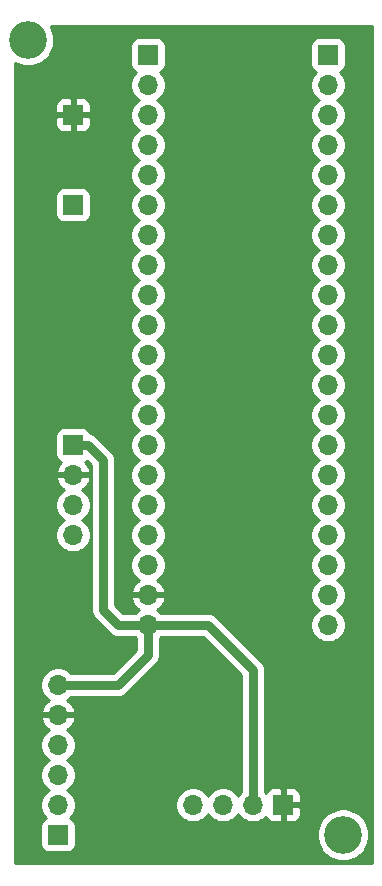
<source format=gbr>
%TF.GenerationSoftware,KiCad,Pcbnew,5.1.10-88a1d61d58~90~ubuntu20.04.1*%
%TF.CreationDate,2021-11-29T14:26:11+09:00*%
%TF.ProjectId,auto-headlight-control-system,6175746f-2d68-4656-9164-6c696768742d,rev?*%
%TF.SameCoordinates,Original*%
%TF.FileFunction,Copper,L2,Bot*%
%TF.FilePolarity,Positive*%
%FSLAX46Y46*%
G04 Gerber Fmt 4.6, Leading zero omitted, Abs format (unit mm)*
G04 Created by KiCad (PCBNEW 5.1.10-88a1d61d58~90~ubuntu20.04.1) date 2021-11-29 14:26:11*
%MOMM*%
%LPD*%
G01*
G04 APERTURE LIST*
%TA.AperFunction,ComponentPad*%
%ADD10C,3.200000*%
%TD*%
%TA.AperFunction,ComponentPad*%
%ADD11O,1.700000X1.700000*%
%TD*%
%TA.AperFunction,ComponentPad*%
%ADD12R,1.700000X1.700000*%
%TD*%
%TA.AperFunction,Conductor*%
%ADD13C,0.750000*%
%TD*%
%TA.AperFunction,Conductor*%
%ADD14C,0.254000*%
%TD*%
%TA.AperFunction,Conductor*%
%ADD15C,0.100000*%
%TD*%
G04 APERTURE END LIST*
D10*
%TO.P, ,1*%
%TO.N,N/C*%
X80010000Y-105410000D03*
%TD*%
%TO.P, ,1*%
%TO.N,N/C*%
X53340000Y-38100000D03*
%TD*%
D11*
%TO.P,U2,20*%
%TO.N,Net-(U2-Pad20)*%
X78740000Y-87630000D03*
%TO.P,U2,19*%
%TO.N,Net-(U2-Pad19)*%
X78740000Y-85090000D03*
%TO.P,U2,18*%
%TO.N,Net-(U2-Pad18)*%
X78740000Y-82550000D03*
%TO.P,U2,17*%
%TO.N,Net-(U2-Pad17)*%
X78740000Y-80010000D03*
%TO.P,U2,16*%
%TO.N,Net-(U2-Pad16)*%
X78740000Y-77470000D03*
%TO.P,U2,15*%
%TO.N,Net-(U2-Pad15)*%
X78740000Y-74930000D03*
%TO.P,U2,14*%
%TO.N,Net-(U2-Pad14)*%
X78740000Y-72390000D03*
%TO.P,U2,13*%
%TO.N,Net-(U2-Pad13)*%
X78740000Y-69850000D03*
%TO.P,U2,12*%
%TO.N,Net-(U2-Pad12)*%
X78740000Y-67310000D03*
%TO.P,U2,11*%
%TO.N,Net-(U2-Pad11)*%
X78740000Y-64770000D03*
%TO.P,U2,10*%
%TO.N,Net-(U2-Pad10)*%
X78740000Y-62230000D03*
%TO.P,U2,9*%
%TO.N,Net-(U2-Pad9)*%
X78740000Y-59690000D03*
%TO.P,U2,8*%
%TO.N,Net-(U2-Pad8)*%
X78740000Y-57150000D03*
%TO.P,U2,7*%
%TO.N,Net-(U2-Pad7)*%
X78740000Y-54610000D03*
%TO.P,U2,6*%
%TO.N,Net-(U2-Pad6)*%
X78740000Y-52070000D03*
%TO.P,U2,5*%
%TO.N,Net-(U2-Pad5)*%
X78740000Y-49530000D03*
%TO.P,U2,4*%
%TO.N,Net-(U2-Pad4)*%
X78740000Y-46990000D03*
%TO.P,U2,3*%
%TO.N,Net-(U2-Pad3)*%
X78740000Y-44450000D03*
%TO.P,U2,2*%
%TO.N,Net-(U2-Pad2)*%
X78740000Y-41910000D03*
D12*
%TO.P,U2,1*%
%TO.N,Net-(U2-Pad1)*%
X78740000Y-39370000D03*
%TD*%
%TO.P,S1,1*%
%TO.N,SCL*%
X55880000Y-105410000D03*
D11*
%TO.P,S1,2*%
%TO.N,SDA*%
X55880000Y-102870000D03*
%TO.P,S1,3*%
%TO.N,Net-(S1-Pad3)*%
X55880000Y-100330000D03*
%TO.P,S1,4*%
%TO.N,Net-(S1-Pad4)*%
X55880000Y-97790000D03*
%TO.P,S1,5*%
%TO.N,GND_1*%
X55880000Y-95250000D03*
%TO.P,S1,6*%
%TO.N,3V3_1*%
X55880000Y-92710000D03*
%TD*%
D12*
%TO.P,U1,1*%
%TO.N,Net-(U1-Pad1)*%
X63500000Y-39370000D03*
D11*
%TO.P,U1,2*%
%TO.N,Net-(U1-Pad2)*%
X63500000Y-41910000D03*
%TO.P,U1,3*%
%TO.N,Net-(U1-Pad3)*%
X63500000Y-44450000D03*
%TO.P,U1,4*%
%TO.N,Net-(U1-Pad4)*%
X63500000Y-46990000D03*
%TO.P,U1,5*%
%TO.N,Net-(U1-Pad5)*%
X63500000Y-49530000D03*
%TO.P,U1,6*%
%TO.N,Serial_Tx_1*%
X63500000Y-52070000D03*
%TO.P,U1,7*%
%TO.N,Net-(U1-Pad7)*%
X63500000Y-54610000D03*
%TO.P,U1,8*%
%TO.N,Net-(U1-Pad8)*%
X63500000Y-57150000D03*
%TO.P,U1,9*%
%TO.N,Net-(U1-Pad9)*%
X63500000Y-59690000D03*
%TO.P,U1,10*%
%TO.N,Net-(U1-Pad10)*%
X63500000Y-62230000D03*
%TO.P,U1,11*%
%TO.N,Net-(U1-Pad11)*%
X63500000Y-64770000D03*
%TO.P,U1,12*%
%TO.N,Net-(U1-Pad12)*%
X63500000Y-67310000D03*
%TO.P,U1,13*%
%TO.N,Net-(U1-Pad13)*%
X63500000Y-69850000D03*
%TO.P,U1,14*%
%TO.N,SCL*%
X63500000Y-72390000D03*
%TO.P,U1,15*%
%TO.N,SDA*%
X63500000Y-74930000D03*
%TO.P,U1,16*%
%TO.N,CAN_RX_1*%
X63500000Y-77470000D03*
%TO.P,U1,17*%
%TO.N,CAN_TX_1*%
X63500000Y-80010000D03*
%TO.P,U1,18*%
%TO.N,Net-(U1-Pad18)*%
X63500000Y-82550000D03*
%TO.P,U1,19*%
%TO.N,GND_1*%
X63500000Y-85090000D03*
%TO.P,U1,20*%
%TO.N,3V3_1*%
X63500000Y-87630000D03*
%TD*%
D12*
%TO.P,S2,1*%
%TO.N,GND_1*%
X74930000Y-102870000D03*
D11*
%TO.P,S2,2*%
%TO.N,3V3_1*%
X72390000Y-102870000D03*
%TO.P,S2,3*%
%TO.N,SCL*%
X69850000Y-102870000D03*
%TO.P,S2,4*%
%TO.N,SDA*%
X67310000Y-102870000D03*
%TD*%
%TO.P,T1,4*%
%TO.N,CAN_TX_1*%
X57150000Y-80010000D03*
%TO.P,T1,3*%
%TO.N,CAN_RX_1*%
X57150000Y-77470000D03*
%TO.P,T1,2*%
%TO.N,GND_1*%
X57150000Y-74930000D03*
D12*
%TO.P,T1,1*%
%TO.N,3V3_1*%
X57150000Y-72390000D03*
%TD*%
%TO.P,J2,1*%
%TO.N,GND_1*%
X57150000Y-44450000D03*
%TD*%
%TO.P,J1,1*%
%TO.N,Serial_Tx_1*%
X57150000Y-52070000D03*
%TD*%
D13*
%TO.N,3V3_1*%
X63500000Y-87630000D02*
X68580000Y-87630000D01*
X57150000Y-72390000D02*
X58420000Y-72390000D01*
X58420000Y-72390000D02*
X59690000Y-73660000D01*
X59690000Y-73660000D02*
X59690000Y-86360000D01*
X60960000Y-87630000D02*
X63500000Y-87630000D01*
X59690000Y-86360000D02*
X60960000Y-87630000D01*
X72390000Y-102870000D02*
X72390000Y-91440000D01*
X72390000Y-91440000D02*
X68580000Y-87630000D01*
X55880000Y-92710000D02*
X60960000Y-92710000D01*
X63500000Y-90170000D02*
X63500000Y-87630000D01*
X60960000Y-92710000D02*
X63500000Y-90170000D01*
%TD*%
D14*
%TO.N,GND_1*%
X82423000Y-107823000D02*
X52197000Y-107823000D01*
X52197000Y-104560000D01*
X54391928Y-104560000D01*
X54391928Y-106260000D01*
X54404188Y-106384482D01*
X54440498Y-106504180D01*
X54499463Y-106614494D01*
X54578815Y-106711185D01*
X54675506Y-106790537D01*
X54785820Y-106849502D01*
X54905518Y-106885812D01*
X55030000Y-106898072D01*
X56730000Y-106898072D01*
X56854482Y-106885812D01*
X56974180Y-106849502D01*
X57084494Y-106790537D01*
X57181185Y-106711185D01*
X57260537Y-106614494D01*
X57319502Y-106504180D01*
X57355812Y-106384482D01*
X57368072Y-106260000D01*
X57368072Y-105189872D01*
X77775000Y-105189872D01*
X77775000Y-105630128D01*
X77860890Y-106061925D01*
X78029369Y-106468669D01*
X78273962Y-106834729D01*
X78585271Y-107146038D01*
X78951331Y-107390631D01*
X79358075Y-107559110D01*
X79789872Y-107645000D01*
X80230128Y-107645000D01*
X80661925Y-107559110D01*
X81068669Y-107390631D01*
X81434729Y-107146038D01*
X81746038Y-106834729D01*
X81990631Y-106468669D01*
X82159110Y-106061925D01*
X82245000Y-105630128D01*
X82245000Y-105189872D01*
X82159110Y-104758075D01*
X81990631Y-104351331D01*
X81746038Y-103985271D01*
X81434729Y-103673962D01*
X81068669Y-103429369D01*
X80661925Y-103260890D01*
X80230128Y-103175000D01*
X79789872Y-103175000D01*
X79358075Y-103260890D01*
X78951331Y-103429369D01*
X78585271Y-103673962D01*
X78273962Y-103985271D01*
X78029369Y-104351331D01*
X77860890Y-104758075D01*
X77775000Y-105189872D01*
X57368072Y-105189872D01*
X57368072Y-104560000D01*
X57355812Y-104435518D01*
X57319502Y-104315820D01*
X57260537Y-104205506D01*
X57181185Y-104108815D01*
X57084494Y-104029463D01*
X56974180Y-103970498D01*
X56901620Y-103948487D01*
X57033475Y-103816632D01*
X57195990Y-103573411D01*
X57307932Y-103303158D01*
X57365000Y-103016260D01*
X57365000Y-102723740D01*
X57307932Y-102436842D01*
X57195990Y-102166589D01*
X57033475Y-101923368D01*
X56826632Y-101716525D01*
X56652240Y-101600000D01*
X56826632Y-101483475D01*
X57033475Y-101276632D01*
X57195990Y-101033411D01*
X57307932Y-100763158D01*
X57365000Y-100476260D01*
X57365000Y-100183740D01*
X57307932Y-99896842D01*
X57195990Y-99626589D01*
X57033475Y-99383368D01*
X56826632Y-99176525D01*
X56652240Y-99060000D01*
X56826632Y-98943475D01*
X57033475Y-98736632D01*
X57195990Y-98493411D01*
X57307932Y-98223158D01*
X57365000Y-97936260D01*
X57365000Y-97643740D01*
X57307932Y-97356842D01*
X57195990Y-97086589D01*
X57033475Y-96843368D01*
X56826632Y-96636525D01*
X56644466Y-96514805D01*
X56761355Y-96445178D01*
X56977588Y-96250269D01*
X57151641Y-96016920D01*
X57276825Y-95754099D01*
X57321476Y-95606890D01*
X57200155Y-95377000D01*
X56007000Y-95377000D01*
X56007000Y-95397000D01*
X55753000Y-95397000D01*
X55753000Y-95377000D01*
X54559845Y-95377000D01*
X54438524Y-95606890D01*
X54483175Y-95754099D01*
X54608359Y-96016920D01*
X54782412Y-96250269D01*
X54998645Y-96445178D01*
X55115534Y-96514805D01*
X54933368Y-96636525D01*
X54726525Y-96843368D01*
X54564010Y-97086589D01*
X54452068Y-97356842D01*
X54395000Y-97643740D01*
X54395000Y-97936260D01*
X54452068Y-98223158D01*
X54564010Y-98493411D01*
X54726525Y-98736632D01*
X54933368Y-98943475D01*
X55107760Y-99060000D01*
X54933368Y-99176525D01*
X54726525Y-99383368D01*
X54564010Y-99626589D01*
X54452068Y-99896842D01*
X54395000Y-100183740D01*
X54395000Y-100476260D01*
X54452068Y-100763158D01*
X54564010Y-101033411D01*
X54726525Y-101276632D01*
X54933368Y-101483475D01*
X55107760Y-101600000D01*
X54933368Y-101716525D01*
X54726525Y-101923368D01*
X54564010Y-102166589D01*
X54452068Y-102436842D01*
X54395000Y-102723740D01*
X54395000Y-103016260D01*
X54452068Y-103303158D01*
X54564010Y-103573411D01*
X54726525Y-103816632D01*
X54858380Y-103948487D01*
X54785820Y-103970498D01*
X54675506Y-104029463D01*
X54578815Y-104108815D01*
X54499463Y-104205506D01*
X54440498Y-104315820D01*
X54404188Y-104435518D01*
X54391928Y-104560000D01*
X52197000Y-104560000D01*
X52197000Y-92563740D01*
X54395000Y-92563740D01*
X54395000Y-92856260D01*
X54452068Y-93143158D01*
X54564010Y-93413411D01*
X54726525Y-93656632D01*
X54933368Y-93863475D01*
X55115534Y-93985195D01*
X54998645Y-94054822D01*
X54782412Y-94249731D01*
X54608359Y-94483080D01*
X54483175Y-94745901D01*
X54438524Y-94893110D01*
X54559845Y-95123000D01*
X55753000Y-95123000D01*
X55753000Y-95103000D01*
X56007000Y-95103000D01*
X56007000Y-95123000D01*
X57200155Y-95123000D01*
X57321476Y-94893110D01*
X57276825Y-94745901D01*
X57151641Y-94483080D01*
X56977588Y-94249731D01*
X56761355Y-94054822D01*
X56644466Y-93985195D01*
X56826632Y-93863475D01*
X56970107Y-93720000D01*
X60910392Y-93720000D01*
X60960000Y-93724886D01*
X61157994Y-93705385D01*
X61348380Y-93647632D01*
X61523840Y-93553847D01*
X61677633Y-93427633D01*
X61709261Y-93389094D01*
X64179100Y-90919256D01*
X64217633Y-90887633D01*
X64343847Y-90733840D01*
X64437632Y-90558380D01*
X64495385Y-90367994D01*
X64510000Y-90219608D01*
X64510000Y-90219606D01*
X64514886Y-90170001D01*
X64510000Y-90120396D01*
X64510000Y-88720107D01*
X64590107Y-88640000D01*
X68161645Y-88640000D01*
X71380001Y-91858357D01*
X71380000Y-101779893D01*
X71236525Y-101923368D01*
X71120000Y-102097760D01*
X71003475Y-101923368D01*
X70796632Y-101716525D01*
X70553411Y-101554010D01*
X70283158Y-101442068D01*
X69996260Y-101385000D01*
X69703740Y-101385000D01*
X69416842Y-101442068D01*
X69146589Y-101554010D01*
X68903368Y-101716525D01*
X68696525Y-101923368D01*
X68580000Y-102097760D01*
X68463475Y-101923368D01*
X68256632Y-101716525D01*
X68013411Y-101554010D01*
X67743158Y-101442068D01*
X67456260Y-101385000D01*
X67163740Y-101385000D01*
X66876842Y-101442068D01*
X66606589Y-101554010D01*
X66363368Y-101716525D01*
X66156525Y-101923368D01*
X65994010Y-102166589D01*
X65882068Y-102436842D01*
X65825000Y-102723740D01*
X65825000Y-103016260D01*
X65882068Y-103303158D01*
X65994010Y-103573411D01*
X66156525Y-103816632D01*
X66363368Y-104023475D01*
X66606589Y-104185990D01*
X66876842Y-104297932D01*
X67163740Y-104355000D01*
X67456260Y-104355000D01*
X67743158Y-104297932D01*
X68013411Y-104185990D01*
X68256632Y-104023475D01*
X68463475Y-103816632D01*
X68580000Y-103642240D01*
X68696525Y-103816632D01*
X68903368Y-104023475D01*
X69146589Y-104185990D01*
X69416842Y-104297932D01*
X69703740Y-104355000D01*
X69996260Y-104355000D01*
X70283158Y-104297932D01*
X70553411Y-104185990D01*
X70796632Y-104023475D01*
X71003475Y-103816632D01*
X71120000Y-103642240D01*
X71236525Y-103816632D01*
X71443368Y-104023475D01*
X71686589Y-104185990D01*
X71956842Y-104297932D01*
X72243740Y-104355000D01*
X72536260Y-104355000D01*
X72823158Y-104297932D01*
X73093411Y-104185990D01*
X73336632Y-104023475D01*
X73468487Y-103891620D01*
X73490498Y-103964180D01*
X73549463Y-104074494D01*
X73628815Y-104171185D01*
X73725506Y-104250537D01*
X73835820Y-104309502D01*
X73955518Y-104345812D01*
X74080000Y-104358072D01*
X74644250Y-104355000D01*
X74803000Y-104196250D01*
X74803000Y-102997000D01*
X75057000Y-102997000D01*
X75057000Y-104196250D01*
X75215750Y-104355000D01*
X75780000Y-104358072D01*
X75904482Y-104345812D01*
X76024180Y-104309502D01*
X76134494Y-104250537D01*
X76231185Y-104171185D01*
X76310537Y-104074494D01*
X76369502Y-103964180D01*
X76405812Y-103844482D01*
X76418072Y-103720000D01*
X76415000Y-103155750D01*
X76256250Y-102997000D01*
X75057000Y-102997000D01*
X74803000Y-102997000D01*
X74783000Y-102997000D01*
X74783000Y-102743000D01*
X74803000Y-102743000D01*
X74803000Y-101543750D01*
X75057000Y-101543750D01*
X75057000Y-102743000D01*
X76256250Y-102743000D01*
X76415000Y-102584250D01*
X76418072Y-102020000D01*
X76405812Y-101895518D01*
X76369502Y-101775820D01*
X76310537Y-101665506D01*
X76231185Y-101568815D01*
X76134494Y-101489463D01*
X76024180Y-101430498D01*
X75904482Y-101394188D01*
X75780000Y-101381928D01*
X75215750Y-101385000D01*
X75057000Y-101543750D01*
X74803000Y-101543750D01*
X74644250Y-101385000D01*
X74080000Y-101381928D01*
X73955518Y-101394188D01*
X73835820Y-101430498D01*
X73725506Y-101489463D01*
X73628815Y-101568815D01*
X73549463Y-101665506D01*
X73490498Y-101775820D01*
X73468487Y-101848380D01*
X73400000Y-101779893D01*
X73400000Y-91489608D01*
X73404886Y-91440000D01*
X73385385Y-91242005D01*
X73327632Y-91051620D01*
X73233846Y-90876159D01*
X73139256Y-90760900D01*
X73107633Y-90722367D01*
X73069100Y-90690744D01*
X69329261Y-86950906D01*
X69297633Y-86912367D01*
X69143840Y-86786153D01*
X68968380Y-86692368D01*
X68777994Y-86634615D01*
X68629608Y-86620000D01*
X68580000Y-86615114D01*
X68530392Y-86620000D01*
X64590107Y-86620000D01*
X64446632Y-86476525D01*
X64264466Y-86354805D01*
X64381355Y-86285178D01*
X64597588Y-86090269D01*
X64771641Y-85856920D01*
X64896825Y-85594099D01*
X64941476Y-85446890D01*
X64820155Y-85217000D01*
X63627000Y-85217000D01*
X63627000Y-85237000D01*
X63373000Y-85237000D01*
X63373000Y-85217000D01*
X62179845Y-85217000D01*
X62058524Y-85446890D01*
X62103175Y-85594099D01*
X62228359Y-85856920D01*
X62402412Y-86090269D01*
X62618645Y-86285178D01*
X62735534Y-86354805D01*
X62553368Y-86476525D01*
X62409893Y-86620000D01*
X61378355Y-86620000D01*
X60700000Y-85941645D01*
X60700000Y-73709604D01*
X60704886Y-73659999D01*
X60693409Y-73543475D01*
X60685385Y-73462006D01*
X60627632Y-73271620D01*
X60533847Y-73096160D01*
X60407633Y-72942367D01*
X60369094Y-72910739D01*
X59169261Y-71710906D01*
X59137633Y-71672367D01*
X58983840Y-71546153D01*
X58808380Y-71452368D01*
X58619621Y-71395108D01*
X58589502Y-71295820D01*
X58530537Y-71185506D01*
X58451185Y-71088815D01*
X58354494Y-71009463D01*
X58244180Y-70950498D01*
X58124482Y-70914188D01*
X58000000Y-70901928D01*
X56300000Y-70901928D01*
X56175518Y-70914188D01*
X56055820Y-70950498D01*
X55945506Y-71009463D01*
X55848815Y-71088815D01*
X55769463Y-71185506D01*
X55710498Y-71295820D01*
X55674188Y-71415518D01*
X55661928Y-71540000D01*
X55661928Y-73240000D01*
X55674188Y-73364482D01*
X55710498Y-73484180D01*
X55769463Y-73594494D01*
X55848815Y-73691185D01*
X55945506Y-73770537D01*
X56055820Y-73829502D01*
X56136466Y-73853966D01*
X56052412Y-73929731D01*
X55878359Y-74163080D01*
X55753175Y-74425901D01*
X55708524Y-74573110D01*
X55829845Y-74803000D01*
X57023000Y-74803000D01*
X57023000Y-74783000D01*
X57277000Y-74783000D01*
X57277000Y-74803000D01*
X58470155Y-74803000D01*
X58591476Y-74573110D01*
X58546825Y-74425901D01*
X58421641Y-74163080D01*
X58247588Y-73929731D01*
X58163534Y-73853966D01*
X58244180Y-73829502D01*
X58354494Y-73770537D01*
X58364209Y-73762564D01*
X58680000Y-74078355D01*
X58680001Y-86310382D01*
X58675114Y-86360000D01*
X58694615Y-86557994D01*
X58752368Y-86748379D01*
X58823119Y-86880744D01*
X58846154Y-86923840D01*
X58972368Y-87077633D01*
X59010901Y-87109256D01*
X60210739Y-88309094D01*
X60242367Y-88347633D01*
X60396160Y-88473847D01*
X60571620Y-88567632D01*
X60762006Y-88625385D01*
X60910392Y-88640000D01*
X60910394Y-88640000D01*
X60959999Y-88644886D01*
X61009604Y-88640000D01*
X62409893Y-88640000D01*
X62490001Y-88720108D01*
X62490000Y-89751644D01*
X60541645Y-91700000D01*
X56970107Y-91700000D01*
X56826632Y-91556525D01*
X56583411Y-91394010D01*
X56313158Y-91282068D01*
X56026260Y-91225000D01*
X55733740Y-91225000D01*
X55446842Y-91282068D01*
X55176589Y-91394010D01*
X54933368Y-91556525D01*
X54726525Y-91763368D01*
X54564010Y-92006589D01*
X54452068Y-92276842D01*
X54395000Y-92563740D01*
X52197000Y-92563740D01*
X52197000Y-77323740D01*
X55665000Y-77323740D01*
X55665000Y-77616260D01*
X55722068Y-77903158D01*
X55834010Y-78173411D01*
X55996525Y-78416632D01*
X56203368Y-78623475D01*
X56377760Y-78740000D01*
X56203368Y-78856525D01*
X55996525Y-79063368D01*
X55834010Y-79306589D01*
X55722068Y-79576842D01*
X55665000Y-79863740D01*
X55665000Y-80156260D01*
X55722068Y-80443158D01*
X55834010Y-80713411D01*
X55996525Y-80956632D01*
X56203368Y-81163475D01*
X56446589Y-81325990D01*
X56716842Y-81437932D01*
X57003740Y-81495000D01*
X57296260Y-81495000D01*
X57583158Y-81437932D01*
X57853411Y-81325990D01*
X58096632Y-81163475D01*
X58303475Y-80956632D01*
X58465990Y-80713411D01*
X58577932Y-80443158D01*
X58635000Y-80156260D01*
X58635000Y-79863740D01*
X58577932Y-79576842D01*
X58465990Y-79306589D01*
X58303475Y-79063368D01*
X58096632Y-78856525D01*
X57922240Y-78740000D01*
X58096632Y-78623475D01*
X58303475Y-78416632D01*
X58465990Y-78173411D01*
X58577932Y-77903158D01*
X58635000Y-77616260D01*
X58635000Y-77323740D01*
X58577932Y-77036842D01*
X58465990Y-76766589D01*
X58303475Y-76523368D01*
X58096632Y-76316525D01*
X57914466Y-76194805D01*
X58031355Y-76125178D01*
X58247588Y-75930269D01*
X58421641Y-75696920D01*
X58546825Y-75434099D01*
X58591476Y-75286890D01*
X58470155Y-75057000D01*
X57277000Y-75057000D01*
X57277000Y-75077000D01*
X57023000Y-75077000D01*
X57023000Y-75057000D01*
X55829845Y-75057000D01*
X55708524Y-75286890D01*
X55753175Y-75434099D01*
X55878359Y-75696920D01*
X56052412Y-75930269D01*
X56268645Y-76125178D01*
X56385534Y-76194805D01*
X56203368Y-76316525D01*
X55996525Y-76523368D01*
X55834010Y-76766589D01*
X55722068Y-77036842D01*
X55665000Y-77323740D01*
X52197000Y-77323740D01*
X52197000Y-51220000D01*
X55661928Y-51220000D01*
X55661928Y-52920000D01*
X55674188Y-53044482D01*
X55710498Y-53164180D01*
X55769463Y-53274494D01*
X55848815Y-53371185D01*
X55945506Y-53450537D01*
X56055820Y-53509502D01*
X56175518Y-53545812D01*
X56300000Y-53558072D01*
X58000000Y-53558072D01*
X58124482Y-53545812D01*
X58244180Y-53509502D01*
X58354494Y-53450537D01*
X58451185Y-53371185D01*
X58530537Y-53274494D01*
X58589502Y-53164180D01*
X58625812Y-53044482D01*
X58638072Y-52920000D01*
X58638072Y-51220000D01*
X58625812Y-51095518D01*
X58589502Y-50975820D01*
X58530537Y-50865506D01*
X58451185Y-50768815D01*
X58354494Y-50689463D01*
X58244180Y-50630498D01*
X58124482Y-50594188D01*
X58000000Y-50581928D01*
X56300000Y-50581928D01*
X56175518Y-50594188D01*
X56055820Y-50630498D01*
X55945506Y-50689463D01*
X55848815Y-50768815D01*
X55769463Y-50865506D01*
X55710498Y-50975820D01*
X55674188Y-51095518D01*
X55661928Y-51220000D01*
X52197000Y-51220000D01*
X52197000Y-45300000D01*
X55661928Y-45300000D01*
X55674188Y-45424482D01*
X55710498Y-45544180D01*
X55769463Y-45654494D01*
X55848815Y-45751185D01*
X55945506Y-45830537D01*
X56055820Y-45889502D01*
X56175518Y-45925812D01*
X56300000Y-45938072D01*
X56864250Y-45935000D01*
X57023000Y-45776250D01*
X57023000Y-44577000D01*
X57277000Y-44577000D01*
X57277000Y-45776250D01*
X57435750Y-45935000D01*
X58000000Y-45938072D01*
X58124482Y-45925812D01*
X58244180Y-45889502D01*
X58354494Y-45830537D01*
X58451185Y-45751185D01*
X58530537Y-45654494D01*
X58589502Y-45544180D01*
X58625812Y-45424482D01*
X58638072Y-45300000D01*
X58635000Y-44735750D01*
X58476250Y-44577000D01*
X57277000Y-44577000D01*
X57023000Y-44577000D01*
X55823750Y-44577000D01*
X55665000Y-44735750D01*
X55661928Y-45300000D01*
X52197000Y-45300000D01*
X52197000Y-43600000D01*
X55661928Y-43600000D01*
X55665000Y-44164250D01*
X55823750Y-44323000D01*
X57023000Y-44323000D01*
X57023000Y-43123750D01*
X57277000Y-43123750D01*
X57277000Y-44323000D01*
X58476250Y-44323000D01*
X58635000Y-44164250D01*
X58638072Y-43600000D01*
X58625812Y-43475518D01*
X58589502Y-43355820D01*
X58530537Y-43245506D01*
X58451185Y-43148815D01*
X58354494Y-43069463D01*
X58244180Y-43010498D01*
X58124482Y-42974188D01*
X58000000Y-42961928D01*
X57435750Y-42965000D01*
X57277000Y-43123750D01*
X57023000Y-43123750D01*
X56864250Y-42965000D01*
X56300000Y-42961928D01*
X56175518Y-42974188D01*
X56055820Y-43010498D01*
X55945506Y-43069463D01*
X55848815Y-43148815D01*
X55769463Y-43245506D01*
X55710498Y-43355820D01*
X55674188Y-43475518D01*
X55661928Y-43600000D01*
X52197000Y-43600000D01*
X52197000Y-40024283D01*
X52281331Y-40080631D01*
X52688075Y-40249110D01*
X53119872Y-40335000D01*
X53560128Y-40335000D01*
X53991925Y-40249110D01*
X54398669Y-40080631D01*
X54764729Y-39836038D01*
X55076038Y-39524729D01*
X55320631Y-39158669D01*
X55489110Y-38751925D01*
X55535242Y-38520000D01*
X62011928Y-38520000D01*
X62011928Y-40220000D01*
X62024188Y-40344482D01*
X62060498Y-40464180D01*
X62119463Y-40574494D01*
X62198815Y-40671185D01*
X62295506Y-40750537D01*
X62405820Y-40809502D01*
X62478380Y-40831513D01*
X62346525Y-40963368D01*
X62184010Y-41206589D01*
X62072068Y-41476842D01*
X62015000Y-41763740D01*
X62015000Y-42056260D01*
X62072068Y-42343158D01*
X62184010Y-42613411D01*
X62346525Y-42856632D01*
X62553368Y-43063475D01*
X62727760Y-43180000D01*
X62553368Y-43296525D01*
X62346525Y-43503368D01*
X62184010Y-43746589D01*
X62072068Y-44016842D01*
X62015000Y-44303740D01*
X62015000Y-44596260D01*
X62072068Y-44883158D01*
X62184010Y-45153411D01*
X62346525Y-45396632D01*
X62553368Y-45603475D01*
X62727760Y-45720000D01*
X62553368Y-45836525D01*
X62346525Y-46043368D01*
X62184010Y-46286589D01*
X62072068Y-46556842D01*
X62015000Y-46843740D01*
X62015000Y-47136260D01*
X62072068Y-47423158D01*
X62184010Y-47693411D01*
X62346525Y-47936632D01*
X62553368Y-48143475D01*
X62727760Y-48260000D01*
X62553368Y-48376525D01*
X62346525Y-48583368D01*
X62184010Y-48826589D01*
X62072068Y-49096842D01*
X62015000Y-49383740D01*
X62015000Y-49676260D01*
X62072068Y-49963158D01*
X62184010Y-50233411D01*
X62346525Y-50476632D01*
X62553368Y-50683475D01*
X62727760Y-50800000D01*
X62553368Y-50916525D01*
X62346525Y-51123368D01*
X62184010Y-51366589D01*
X62072068Y-51636842D01*
X62015000Y-51923740D01*
X62015000Y-52216260D01*
X62072068Y-52503158D01*
X62184010Y-52773411D01*
X62346525Y-53016632D01*
X62553368Y-53223475D01*
X62727760Y-53340000D01*
X62553368Y-53456525D01*
X62346525Y-53663368D01*
X62184010Y-53906589D01*
X62072068Y-54176842D01*
X62015000Y-54463740D01*
X62015000Y-54756260D01*
X62072068Y-55043158D01*
X62184010Y-55313411D01*
X62346525Y-55556632D01*
X62553368Y-55763475D01*
X62727760Y-55880000D01*
X62553368Y-55996525D01*
X62346525Y-56203368D01*
X62184010Y-56446589D01*
X62072068Y-56716842D01*
X62015000Y-57003740D01*
X62015000Y-57296260D01*
X62072068Y-57583158D01*
X62184010Y-57853411D01*
X62346525Y-58096632D01*
X62553368Y-58303475D01*
X62727760Y-58420000D01*
X62553368Y-58536525D01*
X62346525Y-58743368D01*
X62184010Y-58986589D01*
X62072068Y-59256842D01*
X62015000Y-59543740D01*
X62015000Y-59836260D01*
X62072068Y-60123158D01*
X62184010Y-60393411D01*
X62346525Y-60636632D01*
X62553368Y-60843475D01*
X62727760Y-60960000D01*
X62553368Y-61076525D01*
X62346525Y-61283368D01*
X62184010Y-61526589D01*
X62072068Y-61796842D01*
X62015000Y-62083740D01*
X62015000Y-62376260D01*
X62072068Y-62663158D01*
X62184010Y-62933411D01*
X62346525Y-63176632D01*
X62553368Y-63383475D01*
X62727760Y-63500000D01*
X62553368Y-63616525D01*
X62346525Y-63823368D01*
X62184010Y-64066589D01*
X62072068Y-64336842D01*
X62015000Y-64623740D01*
X62015000Y-64916260D01*
X62072068Y-65203158D01*
X62184010Y-65473411D01*
X62346525Y-65716632D01*
X62553368Y-65923475D01*
X62727760Y-66040000D01*
X62553368Y-66156525D01*
X62346525Y-66363368D01*
X62184010Y-66606589D01*
X62072068Y-66876842D01*
X62015000Y-67163740D01*
X62015000Y-67456260D01*
X62072068Y-67743158D01*
X62184010Y-68013411D01*
X62346525Y-68256632D01*
X62553368Y-68463475D01*
X62727760Y-68580000D01*
X62553368Y-68696525D01*
X62346525Y-68903368D01*
X62184010Y-69146589D01*
X62072068Y-69416842D01*
X62015000Y-69703740D01*
X62015000Y-69996260D01*
X62072068Y-70283158D01*
X62184010Y-70553411D01*
X62346525Y-70796632D01*
X62553368Y-71003475D01*
X62727760Y-71120000D01*
X62553368Y-71236525D01*
X62346525Y-71443368D01*
X62184010Y-71686589D01*
X62072068Y-71956842D01*
X62015000Y-72243740D01*
X62015000Y-72536260D01*
X62072068Y-72823158D01*
X62184010Y-73093411D01*
X62346525Y-73336632D01*
X62553368Y-73543475D01*
X62727760Y-73660000D01*
X62553368Y-73776525D01*
X62346525Y-73983368D01*
X62184010Y-74226589D01*
X62072068Y-74496842D01*
X62015000Y-74783740D01*
X62015000Y-75076260D01*
X62072068Y-75363158D01*
X62184010Y-75633411D01*
X62346525Y-75876632D01*
X62553368Y-76083475D01*
X62727760Y-76200000D01*
X62553368Y-76316525D01*
X62346525Y-76523368D01*
X62184010Y-76766589D01*
X62072068Y-77036842D01*
X62015000Y-77323740D01*
X62015000Y-77616260D01*
X62072068Y-77903158D01*
X62184010Y-78173411D01*
X62346525Y-78416632D01*
X62553368Y-78623475D01*
X62727760Y-78740000D01*
X62553368Y-78856525D01*
X62346525Y-79063368D01*
X62184010Y-79306589D01*
X62072068Y-79576842D01*
X62015000Y-79863740D01*
X62015000Y-80156260D01*
X62072068Y-80443158D01*
X62184010Y-80713411D01*
X62346525Y-80956632D01*
X62553368Y-81163475D01*
X62727760Y-81280000D01*
X62553368Y-81396525D01*
X62346525Y-81603368D01*
X62184010Y-81846589D01*
X62072068Y-82116842D01*
X62015000Y-82403740D01*
X62015000Y-82696260D01*
X62072068Y-82983158D01*
X62184010Y-83253411D01*
X62346525Y-83496632D01*
X62553368Y-83703475D01*
X62735534Y-83825195D01*
X62618645Y-83894822D01*
X62402412Y-84089731D01*
X62228359Y-84323080D01*
X62103175Y-84585901D01*
X62058524Y-84733110D01*
X62179845Y-84963000D01*
X63373000Y-84963000D01*
X63373000Y-84943000D01*
X63627000Y-84943000D01*
X63627000Y-84963000D01*
X64820155Y-84963000D01*
X64941476Y-84733110D01*
X64896825Y-84585901D01*
X64771641Y-84323080D01*
X64597588Y-84089731D01*
X64381355Y-83894822D01*
X64264466Y-83825195D01*
X64446632Y-83703475D01*
X64653475Y-83496632D01*
X64815990Y-83253411D01*
X64927932Y-82983158D01*
X64985000Y-82696260D01*
X64985000Y-82403740D01*
X64927932Y-82116842D01*
X64815990Y-81846589D01*
X64653475Y-81603368D01*
X64446632Y-81396525D01*
X64272240Y-81280000D01*
X64446632Y-81163475D01*
X64653475Y-80956632D01*
X64815990Y-80713411D01*
X64927932Y-80443158D01*
X64985000Y-80156260D01*
X64985000Y-79863740D01*
X64927932Y-79576842D01*
X64815990Y-79306589D01*
X64653475Y-79063368D01*
X64446632Y-78856525D01*
X64272240Y-78740000D01*
X64446632Y-78623475D01*
X64653475Y-78416632D01*
X64815990Y-78173411D01*
X64927932Y-77903158D01*
X64985000Y-77616260D01*
X64985000Y-77323740D01*
X64927932Y-77036842D01*
X64815990Y-76766589D01*
X64653475Y-76523368D01*
X64446632Y-76316525D01*
X64272240Y-76200000D01*
X64446632Y-76083475D01*
X64653475Y-75876632D01*
X64815990Y-75633411D01*
X64927932Y-75363158D01*
X64985000Y-75076260D01*
X64985000Y-74783740D01*
X64927932Y-74496842D01*
X64815990Y-74226589D01*
X64653475Y-73983368D01*
X64446632Y-73776525D01*
X64272240Y-73660000D01*
X64446632Y-73543475D01*
X64653475Y-73336632D01*
X64815990Y-73093411D01*
X64927932Y-72823158D01*
X64985000Y-72536260D01*
X64985000Y-72243740D01*
X64927932Y-71956842D01*
X64815990Y-71686589D01*
X64653475Y-71443368D01*
X64446632Y-71236525D01*
X64272240Y-71120000D01*
X64446632Y-71003475D01*
X64653475Y-70796632D01*
X64815990Y-70553411D01*
X64927932Y-70283158D01*
X64985000Y-69996260D01*
X64985000Y-69703740D01*
X64927932Y-69416842D01*
X64815990Y-69146589D01*
X64653475Y-68903368D01*
X64446632Y-68696525D01*
X64272240Y-68580000D01*
X64446632Y-68463475D01*
X64653475Y-68256632D01*
X64815990Y-68013411D01*
X64927932Y-67743158D01*
X64985000Y-67456260D01*
X64985000Y-67163740D01*
X64927932Y-66876842D01*
X64815990Y-66606589D01*
X64653475Y-66363368D01*
X64446632Y-66156525D01*
X64272240Y-66040000D01*
X64446632Y-65923475D01*
X64653475Y-65716632D01*
X64815990Y-65473411D01*
X64927932Y-65203158D01*
X64985000Y-64916260D01*
X64985000Y-64623740D01*
X64927932Y-64336842D01*
X64815990Y-64066589D01*
X64653475Y-63823368D01*
X64446632Y-63616525D01*
X64272240Y-63500000D01*
X64446632Y-63383475D01*
X64653475Y-63176632D01*
X64815990Y-62933411D01*
X64927932Y-62663158D01*
X64985000Y-62376260D01*
X64985000Y-62083740D01*
X64927932Y-61796842D01*
X64815990Y-61526589D01*
X64653475Y-61283368D01*
X64446632Y-61076525D01*
X64272240Y-60960000D01*
X64446632Y-60843475D01*
X64653475Y-60636632D01*
X64815990Y-60393411D01*
X64927932Y-60123158D01*
X64985000Y-59836260D01*
X64985000Y-59543740D01*
X64927932Y-59256842D01*
X64815990Y-58986589D01*
X64653475Y-58743368D01*
X64446632Y-58536525D01*
X64272240Y-58420000D01*
X64446632Y-58303475D01*
X64653475Y-58096632D01*
X64815990Y-57853411D01*
X64927932Y-57583158D01*
X64985000Y-57296260D01*
X64985000Y-57003740D01*
X64927932Y-56716842D01*
X64815990Y-56446589D01*
X64653475Y-56203368D01*
X64446632Y-55996525D01*
X64272240Y-55880000D01*
X64446632Y-55763475D01*
X64653475Y-55556632D01*
X64815990Y-55313411D01*
X64927932Y-55043158D01*
X64985000Y-54756260D01*
X64985000Y-54463740D01*
X64927932Y-54176842D01*
X64815990Y-53906589D01*
X64653475Y-53663368D01*
X64446632Y-53456525D01*
X64272240Y-53340000D01*
X64446632Y-53223475D01*
X64653475Y-53016632D01*
X64815990Y-52773411D01*
X64927932Y-52503158D01*
X64985000Y-52216260D01*
X64985000Y-51923740D01*
X64927932Y-51636842D01*
X64815990Y-51366589D01*
X64653475Y-51123368D01*
X64446632Y-50916525D01*
X64272240Y-50800000D01*
X64446632Y-50683475D01*
X64653475Y-50476632D01*
X64815990Y-50233411D01*
X64927932Y-49963158D01*
X64985000Y-49676260D01*
X64985000Y-49383740D01*
X64927932Y-49096842D01*
X64815990Y-48826589D01*
X64653475Y-48583368D01*
X64446632Y-48376525D01*
X64272240Y-48260000D01*
X64446632Y-48143475D01*
X64653475Y-47936632D01*
X64815990Y-47693411D01*
X64927932Y-47423158D01*
X64985000Y-47136260D01*
X64985000Y-46843740D01*
X64927932Y-46556842D01*
X64815990Y-46286589D01*
X64653475Y-46043368D01*
X64446632Y-45836525D01*
X64272240Y-45720000D01*
X64446632Y-45603475D01*
X64653475Y-45396632D01*
X64815990Y-45153411D01*
X64927932Y-44883158D01*
X64985000Y-44596260D01*
X64985000Y-44303740D01*
X64927932Y-44016842D01*
X64815990Y-43746589D01*
X64653475Y-43503368D01*
X64446632Y-43296525D01*
X64272240Y-43180000D01*
X64446632Y-43063475D01*
X64653475Y-42856632D01*
X64815990Y-42613411D01*
X64927932Y-42343158D01*
X64985000Y-42056260D01*
X64985000Y-41763740D01*
X64927932Y-41476842D01*
X64815990Y-41206589D01*
X64653475Y-40963368D01*
X64521620Y-40831513D01*
X64594180Y-40809502D01*
X64704494Y-40750537D01*
X64801185Y-40671185D01*
X64880537Y-40574494D01*
X64939502Y-40464180D01*
X64975812Y-40344482D01*
X64988072Y-40220000D01*
X64988072Y-38520000D01*
X77251928Y-38520000D01*
X77251928Y-40220000D01*
X77264188Y-40344482D01*
X77300498Y-40464180D01*
X77359463Y-40574494D01*
X77438815Y-40671185D01*
X77535506Y-40750537D01*
X77645820Y-40809502D01*
X77718380Y-40831513D01*
X77586525Y-40963368D01*
X77424010Y-41206589D01*
X77312068Y-41476842D01*
X77255000Y-41763740D01*
X77255000Y-42056260D01*
X77312068Y-42343158D01*
X77424010Y-42613411D01*
X77586525Y-42856632D01*
X77793368Y-43063475D01*
X77967760Y-43180000D01*
X77793368Y-43296525D01*
X77586525Y-43503368D01*
X77424010Y-43746589D01*
X77312068Y-44016842D01*
X77255000Y-44303740D01*
X77255000Y-44596260D01*
X77312068Y-44883158D01*
X77424010Y-45153411D01*
X77586525Y-45396632D01*
X77793368Y-45603475D01*
X77967760Y-45720000D01*
X77793368Y-45836525D01*
X77586525Y-46043368D01*
X77424010Y-46286589D01*
X77312068Y-46556842D01*
X77255000Y-46843740D01*
X77255000Y-47136260D01*
X77312068Y-47423158D01*
X77424010Y-47693411D01*
X77586525Y-47936632D01*
X77793368Y-48143475D01*
X77967760Y-48260000D01*
X77793368Y-48376525D01*
X77586525Y-48583368D01*
X77424010Y-48826589D01*
X77312068Y-49096842D01*
X77255000Y-49383740D01*
X77255000Y-49676260D01*
X77312068Y-49963158D01*
X77424010Y-50233411D01*
X77586525Y-50476632D01*
X77793368Y-50683475D01*
X77967760Y-50800000D01*
X77793368Y-50916525D01*
X77586525Y-51123368D01*
X77424010Y-51366589D01*
X77312068Y-51636842D01*
X77255000Y-51923740D01*
X77255000Y-52216260D01*
X77312068Y-52503158D01*
X77424010Y-52773411D01*
X77586525Y-53016632D01*
X77793368Y-53223475D01*
X77967760Y-53340000D01*
X77793368Y-53456525D01*
X77586525Y-53663368D01*
X77424010Y-53906589D01*
X77312068Y-54176842D01*
X77255000Y-54463740D01*
X77255000Y-54756260D01*
X77312068Y-55043158D01*
X77424010Y-55313411D01*
X77586525Y-55556632D01*
X77793368Y-55763475D01*
X77967760Y-55880000D01*
X77793368Y-55996525D01*
X77586525Y-56203368D01*
X77424010Y-56446589D01*
X77312068Y-56716842D01*
X77255000Y-57003740D01*
X77255000Y-57296260D01*
X77312068Y-57583158D01*
X77424010Y-57853411D01*
X77586525Y-58096632D01*
X77793368Y-58303475D01*
X77967760Y-58420000D01*
X77793368Y-58536525D01*
X77586525Y-58743368D01*
X77424010Y-58986589D01*
X77312068Y-59256842D01*
X77255000Y-59543740D01*
X77255000Y-59836260D01*
X77312068Y-60123158D01*
X77424010Y-60393411D01*
X77586525Y-60636632D01*
X77793368Y-60843475D01*
X77967760Y-60960000D01*
X77793368Y-61076525D01*
X77586525Y-61283368D01*
X77424010Y-61526589D01*
X77312068Y-61796842D01*
X77255000Y-62083740D01*
X77255000Y-62376260D01*
X77312068Y-62663158D01*
X77424010Y-62933411D01*
X77586525Y-63176632D01*
X77793368Y-63383475D01*
X77967760Y-63500000D01*
X77793368Y-63616525D01*
X77586525Y-63823368D01*
X77424010Y-64066589D01*
X77312068Y-64336842D01*
X77255000Y-64623740D01*
X77255000Y-64916260D01*
X77312068Y-65203158D01*
X77424010Y-65473411D01*
X77586525Y-65716632D01*
X77793368Y-65923475D01*
X77967760Y-66040000D01*
X77793368Y-66156525D01*
X77586525Y-66363368D01*
X77424010Y-66606589D01*
X77312068Y-66876842D01*
X77255000Y-67163740D01*
X77255000Y-67456260D01*
X77312068Y-67743158D01*
X77424010Y-68013411D01*
X77586525Y-68256632D01*
X77793368Y-68463475D01*
X77967760Y-68580000D01*
X77793368Y-68696525D01*
X77586525Y-68903368D01*
X77424010Y-69146589D01*
X77312068Y-69416842D01*
X77255000Y-69703740D01*
X77255000Y-69996260D01*
X77312068Y-70283158D01*
X77424010Y-70553411D01*
X77586525Y-70796632D01*
X77793368Y-71003475D01*
X77967760Y-71120000D01*
X77793368Y-71236525D01*
X77586525Y-71443368D01*
X77424010Y-71686589D01*
X77312068Y-71956842D01*
X77255000Y-72243740D01*
X77255000Y-72536260D01*
X77312068Y-72823158D01*
X77424010Y-73093411D01*
X77586525Y-73336632D01*
X77793368Y-73543475D01*
X77967760Y-73660000D01*
X77793368Y-73776525D01*
X77586525Y-73983368D01*
X77424010Y-74226589D01*
X77312068Y-74496842D01*
X77255000Y-74783740D01*
X77255000Y-75076260D01*
X77312068Y-75363158D01*
X77424010Y-75633411D01*
X77586525Y-75876632D01*
X77793368Y-76083475D01*
X77967760Y-76200000D01*
X77793368Y-76316525D01*
X77586525Y-76523368D01*
X77424010Y-76766589D01*
X77312068Y-77036842D01*
X77255000Y-77323740D01*
X77255000Y-77616260D01*
X77312068Y-77903158D01*
X77424010Y-78173411D01*
X77586525Y-78416632D01*
X77793368Y-78623475D01*
X77967760Y-78740000D01*
X77793368Y-78856525D01*
X77586525Y-79063368D01*
X77424010Y-79306589D01*
X77312068Y-79576842D01*
X77255000Y-79863740D01*
X77255000Y-80156260D01*
X77312068Y-80443158D01*
X77424010Y-80713411D01*
X77586525Y-80956632D01*
X77793368Y-81163475D01*
X77967760Y-81280000D01*
X77793368Y-81396525D01*
X77586525Y-81603368D01*
X77424010Y-81846589D01*
X77312068Y-82116842D01*
X77255000Y-82403740D01*
X77255000Y-82696260D01*
X77312068Y-82983158D01*
X77424010Y-83253411D01*
X77586525Y-83496632D01*
X77793368Y-83703475D01*
X77967760Y-83820000D01*
X77793368Y-83936525D01*
X77586525Y-84143368D01*
X77424010Y-84386589D01*
X77312068Y-84656842D01*
X77255000Y-84943740D01*
X77255000Y-85236260D01*
X77312068Y-85523158D01*
X77424010Y-85793411D01*
X77586525Y-86036632D01*
X77793368Y-86243475D01*
X77967760Y-86360000D01*
X77793368Y-86476525D01*
X77586525Y-86683368D01*
X77424010Y-86926589D01*
X77312068Y-87196842D01*
X77255000Y-87483740D01*
X77255000Y-87776260D01*
X77312068Y-88063158D01*
X77424010Y-88333411D01*
X77586525Y-88576632D01*
X77793368Y-88783475D01*
X78036589Y-88945990D01*
X78306842Y-89057932D01*
X78593740Y-89115000D01*
X78886260Y-89115000D01*
X79173158Y-89057932D01*
X79443411Y-88945990D01*
X79686632Y-88783475D01*
X79893475Y-88576632D01*
X80055990Y-88333411D01*
X80167932Y-88063158D01*
X80225000Y-87776260D01*
X80225000Y-87483740D01*
X80167932Y-87196842D01*
X80055990Y-86926589D01*
X79893475Y-86683368D01*
X79686632Y-86476525D01*
X79512240Y-86360000D01*
X79686632Y-86243475D01*
X79893475Y-86036632D01*
X80055990Y-85793411D01*
X80167932Y-85523158D01*
X80225000Y-85236260D01*
X80225000Y-84943740D01*
X80167932Y-84656842D01*
X80055990Y-84386589D01*
X79893475Y-84143368D01*
X79686632Y-83936525D01*
X79512240Y-83820000D01*
X79686632Y-83703475D01*
X79893475Y-83496632D01*
X80055990Y-83253411D01*
X80167932Y-82983158D01*
X80225000Y-82696260D01*
X80225000Y-82403740D01*
X80167932Y-82116842D01*
X80055990Y-81846589D01*
X79893475Y-81603368D01*
X79686632Y-81396525D01*
X79512240Y-81280000D01*
X79686632Y-81163475D01*
X79893475Y-80956632D01*
X80055990Y-80713411D01*
X80167932Y-80443158D01*
X80225000Y-80156260D01*
X80225000Y-79863740D01*
X80167932Y-79576842D01*
X80055990Y-79306589D01*
X79893475Y-79063368D01*
X79686632Y-78856525D01*
X79512240Y-78740000D01*
X79686632Y-78623475D01*
X79893475Y-78416632D01*
X80055990Y-78173411D01*
X80167932Y-77903158D01*
X80225000Y-77616260D01*
X80225000Y-77323740D01*
X80167932Y-77036842D01*
X80055990Y-76766589D01*
X79893475Y-76523368D01*
X79686632Y-76316525D01*
X79512240Y-76200000D01*
X79686632Y-76083475D01*
X79893475Y-75876632D01*
X80055990Y-75633411D01*
X80167932Y-75363158D01*
X80225000Y-75076260D01*
X80225000Y-74783740D01*
X80167932Y-74496842D01*
X80055990Y-74226589D01*
X79893475Y-73983368D01*
X79686632Y-73776525D01*
X79512240Y-73660000D01*
X79686632Y-73543475D01*
X79893475Y-73336632D01*
X80055990Y-73093411D01*
X80167932Y-72823158D01*
X80225000Y-72536260D01*
X80225000Y-72243740D01*
X80167932Y-71956842D01*
X80055990Y-71686589D01*
X79893475Y-71443368D01*
X79686632Y-71236525D01*
X79512240Y-71120000D01*
X79686632Y-71003475D01*
X79893475Y-70796632D01*
X80055990Y-70553411D01*
X80167932Y-70283158D01*
X80225000Y-69996260D01*
X80225000Y-69703740D01*
X80167932Y-69416842D01*
X80055990Y-69146589D01*
X79893475Y-68903368D01*
X79686632Y-68696525D01*
X79512240Y-68580000D01*
X79686632Y-68463475D01*
X79893475Y-68256632D01*
X80055990Y-68013411D01*
X80167932Y-67743158D01*
X80225000Y-67456260D01*
X80225000Y-67163740D01*
X80167932Y-66876842D01*
X80055990Y-66606589D01*
X79893475Y-66363368D01*
X79686632Y-66156525D01*
X79512240Y-66040000D01*
X79686632Y-65923475D01*
X79893475Y-65716632D01*
X80055990Y-65473411D01*
X80167932Y-65203158D01*
X80225000Y-64916260D01*
X80225000Y-64623740D01*
X80167932Y-64336842D01*
X80055990Y-64066589D01*
X79893475Y-63823368D01*
X79686632Y-63616525D01*
X79512240Y-63500000D01*
X79686632Y-63383475D01*
X79893475Y-63176632D01*
X80055990Y-62933411D01*
X80167932Y-62663158D01*
X80225000Y-62376260D01*
X80225000Y-62083740D01*
X80167932Y-61796842D01*
X80055990Y-61526589D01*
X79893475Y-61283368D01*
X79686632Y-61076525D01*
X79512240Y-60960000D01*
X79686632Y-60843475D01*
X79893475Y-60636632D01*
X80055990Y-60393411D01*
X80167932Y-60123158D01*
X80225000Y-59836260D01*
X80225000Y-59543740D01*
X80167932Y-59256842D01*
X80055990Y-58986589D01*
X79893475Y-58743368D01*
X79686632Y-58536525D01*
X79512240Y-58420000D01*
X79686632Y-58303475D01*
X79893475Y-58096632D01*
X80055990Y-57853411D01*
X80167932Y-57583158D01*
X80225000Y-57296260D01*
X80225000Y-57003740D01*
X80167932Y-56716842D01*
X80055990Y-56446589D01*
X79893475Y-56203368D01*
X79686632Y-55996525D01*
X79512240Y-55880000D01*
X79686632Y-55763475D01*
X79893475Y-55556632D01*
X80055990Y-55313411D01*
X80167932Y-55043158D01*
X80225000Y-54756260D01*
X80225000Y-54463740D01*
X80167932Y-54176842D01*
X80055990Y-53906589D01*
X79893475Y-53663368D01*
X79686632Y-53456525D01*
X79512240Y-53340000D01*
X79686632Y-53223475D01*
X79893475Y-53016632D01*
X80055990Y-52773411D01*
X80167932Y-52503158D01*
X80225000Y-52216260D01*
X80225000Y-51923740D01*
X80167932Y-51636842D01*
X80055990Y-51366589D01*
X79893475Y-51123368D01*
X79686632Y-50916525D01*
X79512240Y-50800000D01*
X79686632Y-50683475D01*
X79893475Y-50476632D01*
X80055990Y-50233411D01*
X80167932Y-49963158D01*
X80225000Y-49676260D01*
X80225000Y-49383740D01*
X80167932Y-49096842D01*
X80055990Y-48826589D01*
X79893475Y-48583368D01*
X79686632Y-48376525D01*
X79512240Y-48260000D01*
X79686632Y-48143475D01*
X79893475Y-47936632D01*
X80055990Y-47693411D01*
X80167932Y-47423158D01*
X80225000Y-47136260D01*
X80225000Y-46843740D01*
X80167932Y-46556842D01*
X80055990Y-46286589D01*
X79893475Y-46043368D01*
X79686632Y-45836525D01*
X79512240Y-45720000D01*
X79686632Y-45603475D01*
X79893475Y-45396632D01*
X80055990Y-45153411D01*
X80167932Y-44883158D01*
X80225000Y-44596260D01*
X80225000Y-44303740D01*
X80167932Y-44016842D01*
X80055990Y-43746589D01*
X79893475Y-43503368D01*
X79686632Y-43296525D01*
X79512240Y-43180000D01*
X79686632Y-43063475D01*
X79893475Y-42856632D01*
X80055990Y-42613411D01*
X80167932Y-42343158D01*
X80225000Y-42056260D01*
X80225000Y-41763740D01*
X80167932Y-41476842D01*
X80055990Y-41206589D01*
X79893475Y-40963368D01*
X79761620Y-40831513D01*
X79834180Y-40809502D01*
X79944494Y-40750537D01*
X80041185Y-40671185D01*
X80120537Y-40574494D01*
X80179502Y-40464180D01*
X80215812Y-40344482D01*
X80228072Y-40220000D01*
X80228072Y-38520000D01*
X80215812Y-38395518D01*
X80179502Y-38275820D01*
X80120537Y-38165506D01*
X80041185Y-38068815D01*
X79944494Y-37989463D01*
X79834180Y-37930498D01*
X79714482Y-37894188D01*
X79590000Y-37881928D01*
X77890000Y-37881928D01*
X77765518Y-37894188D01*
X77645820Y-37930498D01*
X77535506Y-37989463D01*
X77438815Y-38068815D01*
X77359463Y-38165506D01*
X77300498Y-38275820D01*
X77264188Y-38395518D01*
X77251928Y-38520000D01*
X64988072Y-38520000D01*
X64975812Y-38395518D01*
X64939502Y-38275820D01*
X64880537Y-38165506D01*
X64801185Y-38068815D01*
X64704494Y-37989463D01*
X64594180Y-37930498D01*
X64474482Y-37894188D01*
X64350000Y-37881928D01*
X62650000Y-37881928D01*
X62525518Y-37894188D01*
X62405820Y-37930498D01*
X62295506Y-37989463D01*
X62198815Y-38068815D01*
X62119463Y-38165506D01*
X62060498Y-38275820D01*
X62024188Y-38395518D01*
X62011928Y-38520000D01*
X55535242Y-38520000D01*
X55575000Y-38320128D01*
X55575000Y-37879872D01*
X55489110Y-37448075D01*
X55320631Y-37041331D01*
X55264283Y-36957000D01*
X82423000Y-36957000D01*
X82423000Y-107823000D01*
%TA.AperFunction,Conductor*%
D15*
G36*
X82423000Y-107823000D02*
G01*
X52197000Y-107823000D01*
X52197000Y-104560000D01*
X54391928Y-104560000D01*
X54391928Y-106260000D01*
X54404188Y-106384482D01*
X54440498Y-106504180D01*
X54499463Y-106614494D01*
X54578815Y-106711185D01*
X54675506Y-106790537D01*
X54785820Y-106849502D01*
X54905518Y-106885812D01*
X55030000Y-106898072D01*
X56730000Y-106898072D01*
X56854482Y-106885812D01*
X56974180Y-106849502D01*
X57084494Y-106790537D01*
X57181185Y-106711185D01*
X57260537Y-106614494D01*
X57319502Y-106504180D01*
X57355812Y-106384482D01*
X57368072Y-106260000D01*
X57368072Y-105189872D01*
X77775000Y-105189872D01*
X77775000Y-105630128D01*
X77860890Y-106061925D01*
X78029369Y-106468669D01*
X78273962Y-106834729D01*
X78585271Y-107146038D01*
X78951331Y-107390631D01*
X79358075Y-107559110D01*
X79789872Y-107645000D01*
X80230128Y-107645000D01*
X80661925Y-107559110D01*
X81068669Y-107390631D01*
X81434729Y-107146038D01*
X81746038Y-106834729D01*
X81990631Y-106468669D01*
X82159110Y-106061925D01*
X82245000Y-105630128D01*
X82245000Y-105189872D01*
X82159110Y-104758075D01*
X81990631Y-104351331D01*
X81746038Y-103985271D01*
X81434729Y-103673962D01*
X81068669Y-103429369D01*
X80661925Y-103260890D01*
X80230128Y-103175000D01*
X79789872Y-103175000D01*
X79358075Y-103260890D01*
X78951331Y-103429369D01*
X78585271Y-103673962D01*
X78273962Y-103985271D01*
X78029369Y-104351331D01*
X77860890Y-104758075D01*
X77775000Y-105189872D01*
X57368072Y-105189872D01*
X57368072Y-104560000D01*
X57355812Y-104435518D01*
X57319502Y-104315820D01*
X57260537Y-104205506D01*
X57181185Y-104108815D01*
X57084494Y-104029463D01*
X56974180Y-103970498D01*
X56901620Y-103948487D01*
X57033475Y-103816632D01*
X57195990Y-103573411D01*
X57307932Y-103303158D01*
X57365000Y-103016260D01*
X57365000Y-102723740D01*
X57307932Y-102436842D01*
X57195990Y-102166589D01*
X57033475Y-101923368D01*
X56826632Y-101716525D01*
X56652240Y-101600000D01*
X56826632Y-101483475D01*
X57033475Y-101276632D01*
X57195990Y-101033411D01*
X57307932Y-100763158D01*
X57365000Y-100476260D01*
X57365000Y-100183740D01*
X57307932Y-99896842D01*
X57195990Y-99626589D01*
X57033475Y-99383368D01*
X56826632Y-99176525D01*
X56652240Y-99060000D01*
X56826632Y-98943475D01*
X57033475Y-98736632D01*
X57195990Y-98493411D01*
X57307932Y-98223158D01*
X57365000Y-97936260D01*
X57365000Y-97643740D01*
X57307932Y-97356842D01*
X57195990Y-97086589D01*
X57033475Y-96843368D01*
X56826632Y-96636525D01*
X56644466Y-96514805D01*
X56761355Y-96445178D01*
X56977588Y-96250269D01*
X57151641Y-96016920D01*
X57276825Y-95754099D01*
X57321476Y-95606890D01*
X57200155Y-95377000D01*
X56007000Y-95377000D01*
X56007000Y-95397000D01*
X55753000Y-95397000D01*
X55753000Y-95377000D01*
X54559845Y-95377000D01*
X54438524Y-95606890D01*
X54483175Y-95754099D01*
X54608359Y-96016920D01*
X54782412Y-96250269D01*
X54998645Y-96445178D01*
X55115534Y-96514805D01*
X54933368Y-96636525D01*
X54726525Y-96843368D01*
X54564010Y-97086589D01*
X54452068Y-97356842D01*
X54395000Y-97643740D01*
X54395000Y-97936260D01*
X54452068Y-98223158D01*
X54564010Y-98493411D01*
X54726525Y-98736632D01*
X54933368Y-98943475D01*
X55107760Y-99060000D01*
X54933368Y-99176525D01*
X54726525Y-99383368D01*
X54564010Y-99626589D01*
X54452068Y-99896842D01*
X54395000Y-100183740D01*
X54395000Y-100476260D01*
X54452068Y-100763158D01*
X54564010Y-101033411D01*
X54726525Y-101276632D01*
X54933368Y-101483475D01*
X55107760Y-101600000D01*
X54933368Y-101716525D01*
X54726525Y-101923368D01*
X54564010Y-102166589D01*
X54452068Y-102436842D01*
X54395000Y-102723740D01*
X54395000Y-103016260D01*
X54452068Y-103303158D01*
X54564010Y-103573411D01*
X54726525Y-103816632D01*
X54858380Y-103948487D01*
X54785820Y-103970498D01*
X54675506Y-104029463D01*
X54578815Y-104108815D01*
X54499463Y-104205506D01*
X54440498Y-104315820D01*
X54404188Y-104435518D01*
X54391928Y-104560000D01*
X52197000Y-104560000D01*
X52197000Y-92563740D01*
X54395000Y-92563740D01*
X54395000Y-92856260D01*
X54452068Y-93143158D01*
X54564010Y-93413411D01*
X54726525Y-93656632D01*
X54933368Y-93863475D01*
X55115534Y-93985195D01*
X54998645Y-94054822D01*
X54782412Y-94249731D01*
X54608359Y-94483080D01*
X54483175Y-94745901D01*
X54438524Y-94893110D01*
X54559845Y-95123000D01*
X55753000Y-95123000D01*
X55753000Y-95103000D01*
X56007000Y-95103000D01*
X56007000Y-95123000D01*
X57200155Y-95123000D01*
X57321476Y-94893110D01*
X57276825Y-94745901D01*
X57151641Y-94483080D01*
X56977588Y-94249731D01*
X56761355Y-94054822D01*
X56644466Y-93985195D01*
X56826632Y-93863475D01*
X56970107Y-93720000D01*
X60910392Y-93720000D01*
X60960000Y-93724886D01*
X61157994Y-93705385D01*
X61348380Y-93647632D01*
X61523840Y-93553847D01*
X61677633Y-93427633D01*
X61709261Y-93389094D01*
X64179100Y-90919256D01*
X64217633Y-90887633D01*
X64343847Y-90733840D01*
X64437632Y-90558380D01*
X64495385Y-90367994D01*
X64510000Y-90219608D01*
X64510000Y-90219606D01*
X64514886Y-90170001D01*
X64510000Y-90120396D01*
X64510000Y-88720107D01*
X64590107Y-88640000D01*
X68161645Y-88640000D01*
X71380001Y-91858357D01*
X71380000Y-101779893D01*
X71236525Y-101923368D01*
X71120000Y-102097760D01*
X71003475Y-101923368D01*
X70796632Y-101716525D01*
X70553411Y-101554010D01*
X70283158Y-101442068D01*
X69996260Y-101385000D01*
X69703740Y-101385000D01*
X69416842Y-101442068D01*
X69146589Y-101554010D01*
X68903368Y-101716525D01*
X68696525Y-101923368D01*
X68580000Y-102097760D01*
X68463475Y-101923368D01*
X68256632Y-101716525D01*
X68013411Y-101554010D01*
X67743158Y-101442068D01*
X67456260Y-101385000D01*
X67163740Y-101385000D01*
X66876842Y-101442068D01*
X66606589Y-101554010D01*
X66363368Y-101716525D01*
X66156525Y-101923368D01*
X65994010Y-102166589D01*
X65882068Y-102436842D01*
X65825000Y-102723740D01*
X65825000Y-103016260D01*
X65882068Y-103303158D01*
X65994010Y-103573411D01*
X66156525Y-103816632D01*
X66363368Y-104023475D01*
X66606589Y-104185990D01*
X66876842Y-104297932D01*
X67163740Y-104355000D01*
X67456260Y-104355000D01*
X67743158Y-104297932D01*
X68013411Y-104185990D01*
X68256632Y-104023475D01*
X68463475Y-103816632D01*
X68580000Y-103642240D01*
X68696525Y-103816632D01*
X68903368Y-104023475D01*
X69146589Y-104185990D01*
X69416842Y-104297932D01*
X69703740Y-104355000D01*
X69996260Y-104355000D01*
X70283158Y-104297932D01*
X70553411Y-104185990D01*
X70796632Y-104023475D01*
X71003475Y-103816632D01*
X71120000Y-103642240D01*
X71236525Y-103816632D01*
X71443368Y-104023475D01*
X71686589Y-104185990D01*
X71956842Y-104297932D01*
X72243740Y-104355000D01*
X72536260Y-104355000D01*
X72823158Y-104297932D01*
X73093411Y-104185990D01*
X73336632Y-104023475D01*
X73468487Y-103891620D01*
X73490498Y-103964180D01*
X73549463Y-104074494D01*
X73628815Y-104171185D01*
X73725506Y-104250537D01*
X73835820Y-104309502D01*
X73955518Y-104345812D01*
X74080000Y-104358072D01*
X74644250Y-104355000D01*
X74803000Y-104196250D01*
X74803000Y-102997000D01*
X75057000Y-102997000D01*
X75057000Y-104196250D01*
X75215750Y-104355000D01*
X75780000Y-104358072D01*
X75904482Y-104345812D01*
X76024180Y-104309502D01*
X76134494Y-104250537D01*
X76231185Y-104171185D01*
X76310537Y-104074494D01*
X76369502Y-103964180D01*
X76405812Y-103844482D01*
X76418072Y-103720000D01*
X76415000Y-103155750D01*
X76256250Y-102997000D01*
X75057000Y-102997000D01*
X74803000Y-102997000D01*
X74783000Y-102997000D01*
X74783000Y-102743000D01*
X74803000Y-102743000D01*
X74803000Y-101543750D01*
X75057000Y-101543750D01*
X75057000Y-102743000D01*
X76256250Y-102743000D01*
X76415000Y-102584250D01*
X76418072Y-102020000D01*
X76405812Y-101895518D01*
X76369502Y-101775820D01*
X76310537Y-101665506D01*
X76231185Y-101568815D01*
X76134494Y-101489463D01*
X76024180Y-101430498D01*
X75904482Y-101394188D01*
X75780000Y-101381928D01*
X75215750Y-101385000D01*
X75057000Y-101543750D01*
X74803000Y-101543750D01*
X74644250Y-101385000D01*
X74080000Y-101381928D01*
X73955518Y-101394188D01*
X73835820Y-101430498D01*
X73725506Y-101489463D01*
X73628815Y-101568815D01*
X73549463Y-101665506D01*
X73490498Y-101775820D01*
X73468487Y-101848380D01*
X73400000Y-101779893D01*
X73400000Y-91489608D01*
X73404886Y-91440000D01*
X73385385Y-91242005D01*
X73327632Y-91051620D01*
X73233846Y-90876159D01*
X73139256Y-90760900D01*
X73107633Y-90722367D01*
X73069100Y-90690744D01*
X69329261Y-86950906D01*
X69297633Y-86912367D01*
X69143840Y-86786153D01*
X68968380Y-86692368D01*
X68777994Y-86634615D01*
X68629608Y-86620000D01*
X68580000Y-86615114D01*
X68530392Y-86620000D01*
X64590107Y-86620000D01*
X64446632Y-86476525D01*
X64264466Y-86354805D01*
X64381355Y-86285178D01*
X64597588Y-86090269D01*
X64771641Y-85856920D01*
X64896825Y-85594099D01*
X64941476Y-85446890D01*
X64820155Y-85217000D01*
X63627000Y-85217000D01*
X63627000Y-85237000D01*
X63373000Y-85237000D01*
X63373000Y-85217000D01*
X62179845Y-85217000D01*
X62058524Y-85446890D01*
X62103175Y-85594099D01*
X62228359Y-85856920D01*
X62402412Y-86090269D01*
X62618645Y-86285178D01*
X62735534Y-86354805D01*
X62553368Y-86476525D01*
X62409893Y-86620000D01*
X61378355Y-86620000D01*
X60700000Y-85941645D01*
X60700000Y-73709604D01*
X60704886Y-73659999D01*
X60693409Y-73543475D01*
X60685385Y-73462006D01*
X60627632Y-73271620D01*
X60533847Y-73096160D01*
X60407633Y-72942367D01*
X60369094Y-72910739D01*
X59169261Y-71710906D01*
X59137633Y-71672367D01*
X58983840Y-71546153D01*
X58808380Y-71452368D01*
X58619621Y-71395108D01*
X58589502Y-71295820D01*
X58530537Y-71185506D01*
X58451185Y-71088815D01*
X58354494Y-71009463D01*
X58244180Y-70950498D01*
X58124482Y-70914188D01*
X58000000Y-70901928D01*
X56300000Y-70901928D01*
X56175518Y-70914188D01*
X56055820Y-70950498D01*
X55945506Y-71009463D01*
X55848815Y-71088815D01*
X55769463Y-71185506D01*
X55710498Y-71295820D01*
X55674188Y-71415518D01*
X55661928Y-71540000D01*
X55661928Y-73240000D01*
X55674188Y-73364482D01*
X55710498Y-73484180D01*
X55769463Y-73594494D01*
X55848815Y-73691185D01*
X55945506Y-73770537D01*
X56055820Y-73829502D01*
X56136466Y-73853966D01*
X56052412Y-73929731D01*
X55878359Y-74163080D01*
X55753175Y-74425901D01*
X55708524Y-74573110D01*
X55829845Y-74803000D01*
X57023000Y-74803000D01*
X57023000Y-74783000D01*
X57277000Y-74783000D01*
X57277000Y-74803000D01*
X58470155Y-74803000D01*
X58591476Y-74573110D01*
X58546825Y-74425901D01*
X58421641Y-74163080D01*
X58247588Y-73929731D01*
X58163534Y-73853966D01*
X58244180Y-73829502D01*
X58354494Y-73770537D01*
X58364209Y-73762564D01*
X58680000Y-74078355D01*
X58680001Y-86310382D01*
X58675114Y-86360000D01*
X58694615Y-86557994D01*
X58752368Y-86748379D01*
X58823119Y-86880744D01*
X58846154Y-86923840D01*
X58972368Y-87077633D01*
X59010901Y-87109256D01*
X60210739Y-88309094D01*
X60242367Y-88347633D01*
X60396160Y-88473847D01*
X60571620Y-88567632D01*
X60762006Y-88625385D01*
X60910392Y-88640000D01*
X60910394Y-88640000D01*
X60959999Y-88644886D01*
X61009604Y-88640000D01*
X62409893Y-88640000D01*
X62490001Y-88720108D01*
X62490000Y-89751644D01*
X60541645Y-91700000D01*
X56970107Y-91700000D01*
X56826632Y-91556525D01*
X56583411Y-91394010D01*
X56313158Y-91282068D01*
X56026260Y-91225000D01*
X55733740Y-91225000D01*
X55446842Y-91282068D01*
X55176589Y-91394010D01*
X54933368Y-91556525D01*
X54726525Y-91763368D01*
X54564010Y-92006589D01*
X54452068Y-92276842D01*
X54395000Y-92563740D01*
X52197000Y-92563740D01*
X52197000Y-77323740D01*
X55665000Y-77323740D01*
X55665000Y-77616260D01*
X55722068Y-77903158D01*
X55834010Y-78173411D01*
X55996525Y-78416632D01*
X56203368Y-78623475D01*
X56377760Y-78740000D01*
X56203368Y-78856525D01*
X55996525Y-79063368D01*
X55834010Y-79306589D01*
X55722068Y-79576842D01*
X55665000Y-79863740D01*
X55665000Y-80156260D01*
X55722068Y-80443158D01*
X55834010Y-80713411D01*
X55996525Y-80956632D01*
X56203368Y-81163475D01*
X56446589Y-81325990D01*
X56716842Y-81437932D01*
X57003740Y-81495000D01*
X57296260Y-81495000D01*
X57583158Y-81437932D01*
X57853411Y-81325990D01*
X58096632Y-81163475D01*
X58303475Y-80956632D01*
X58465990Y-80713411D01*
X58577932Y-80443158D01*
X58635000Y-80156260D01*
X58635000Y-79863740D01*
X58577932Y-79576842D01*
X58465990Y-79306589D01*
X58303475Y-79063368D01*
X58096632Y-78856525D01*
X57922240Y-78740000D01*
X58096632Y-78623475D01*
X58303475Y-78416632D01*
X58465990Y-78173411D01*
X58577932Y-77903158D01*
X58635000Y-77616260D01*
X58635000Y-77323740D01*
X58577932Y-77036842D01*
X58465990Y-76766589D01*
X58303475Y-76523368D01*
X58096632Y-76316525D01*
X57914466Y-76194805D01*
X58031355Y-76125178D01*
X58247588Y-75930269D01*
X58421641Y-75696920D01*
X58546825Y-75434099D01*
X58591476Y-75286890D01*
X58470155Y-75057000D01*
X57277000Y-75057000D01*
X57277000Y-75077000D01*
X57023000Y-75077000D01*
X57023000Y-75057000D01*
X55829845Y-75057000D01*
X55708524Y-75286890D01*
X55753175Y-75434099D01*
X55878359Y-75696920D01*
X56052412Y-75930269D01*
X56268645Y-76125178D01*
X56385534Y-76194805D01*
X56203368Y-76316525D01*
X55996525Y-76523368D01*
X55834010Y-76766589D01*
X55722068Y-77036842D01*
X55665000Y-77323740D01*
X52197000Y-77323740D01*
X52197000Y-51220000D01*
X55661928Y-51220000D01*
X55661928Y-52920000D01*
X55674188Y-53044482D01*
X55710498Y-53164180D01*
X55769463Y-53274494D01*
X55848815Y-53371185D01*
X55945506Y-53450537D01*
X56055820Y-53509502D01*
X56175518Y-53545812D01*
X56300000Y-53558072D01*
X58000000Y-53558072D01*
X58124482Y-53545812D01*
X58244180Y-53509502D01*
X58354494Y-53450537D01*
X58451185Y-53371185D01*
X58530537Y-53274494D01*
X58589502Y-53164180D01*
X58625812Y-53044482D01*
X58638072Y-52920000D01*
X58638072Y-51220000D01*
X58625812Y-51095518D01*
X58589502Y-50975820D01*
X58530537Y-50865506D01*
X58451185Y-50768815D01*
X58354494Y-50689463D01*
X58244180Y-50630498D01*
X58124482Y-50594188D01*
X58000000Y-50581928D01*
X56300000Y-50581928D01*
X56175518Y-50594188D01*
X56055820Y-50630498D01*
X55945506Y-50689463D01*
X55848815Y-50768815D01*
X55769463Y-50865506D01*
X55710498Y-50975820D01*
X55674188Y-51095518D01*
X55661928Y-51220000D01*
X52197000Y-51220000D01*
X52197000Y-45300000D01*
X55661928Y-45300000D01*
X55674188Y-45424482D01*
X55710498Y-45544180D01*
X55769463Y-45654494D01*
X55848815Y-45751185D01*
X55945506Y-45830537D01*
X56055820Y-45889502D01*
X56175518Y-45925812D01*
X56300000Y-45938072D01*
X56864250Y-45935000D01*
X57023000Y-45776250D01*
X57023000Y-44577000D01*
X57277000Y-44577000D01*
X57277000Y-45776250D01*
X57435750Y-45935000D01*
X58000000Y-45938072D01*
X58124482Y-45925812D01*
X58244180Y-45889502D01*
X58354494Y-45830537D01*
X58451185Y-45751185D01*
X58530537Y-45654494D01*
X58589502Y-45544180D01*
X58625812Y-45424482D01*
X58638072Y-45300000D01*
X58635000Y-44735750D01*
X58476250Y-44577000D01*
X57277000Y-44577000D01*
X57023000Y-44577000D01*
X55823750Y-44577000D01*
X55665000Y-44735750D01*
X55661928Y-45300000D01*
X52197000Y-45300000D01*
X52197000Y-43600000D01*
X55661928Y-43600000D01*
X55665000Y-44164250D01*
X55823750Y-44323000D01*
X57023000Y-44323000D01*
X57023000Y-43123750D01*
X57277000Y-43123750D01*
X57277000Y-44323000D01*
X58476250Y-44323000D01*
X58635000Y-44164250D01*
X58638072Y-43600000D01*
X58625812Y-43475518D01*
X58589502Y-43355820D01*
X58530537Y-43245506D01*
X58451185Y-43148815D01*
X58354494Y-43069463D01*
X58244180Y-43010498D01*
X58124482Y-42974188D01*
X58000000Y-42961928D01*
X57435750Y-42965000D01*
X57277000Y-43123750D01*
X57023000Y-43123750D01*
X56864250Y-42965000D01*
X56300000Y-42961928D01*
X56175518Y-42974188D01*
X56055820Y-43010498D01*
X55945506Y-43069463D01*
X55848815Y-43148815D01*
X55769463Y-43245506D01*
X55710498Y-43355820D01*
X55674188Y-43475518D01*
X55661928Y-43600000D01*
X52197000Y-43600000D01*
X52197000Y-40024283D01*
X52281331Y-40080631D01*
X52688075Y-40249110D01*
X53119872Y-40335000D01*
X53560128Y-40335000D01*
X53991925Y-40249110D01*
X54398669Y-40080631D01*
X54764729Y-39836038D01*
X55076038Y-39524729D01*
X55320631Y-39158669D01*
X55489110Y-38751925D01*
X55535242Y-38520000D01*
X62011928Y-38520000D01*
X62011928Y-40220000D01*
X62024188Y-40344482D01*
X62060498Y-40464180D01*
X62119463Y-40574494D01*
X62198815Y-40671185D01*
X62295506Y-40750537D01*
X62405820Y-40809502D01*
X62478380Y-40831513D01*
X62346525Y-40963368D01*
X62184010Y-41206589D01*
X62072068Y-41476842D01*
X62015000Y-41763740D01*
X62015000Y-42056260D01*
X62072068Y-42343158D01*
X62184010Y-42613411D01*
X62346525Y-42856632D01*
X62553368Y-43063475D01*
X62727760Y-43180000D01*
X62553368Y-43296525D01*
X62346525Y-43503368D01*
X62184010Y-43746589D01*
X62072068Y-44016842D01*
X62015000Y-44303740D01*
X62015000Y-44596260D01*
X62072068Y-44883158D01*
X62184010Y-45153411D01*
X62346525Y-45396632D01*
X62553368Y-45603475D01*
X62727760Y-45720000D01*
X62553368Y-45836525D01*
X62346525Y-46043368D01*
X62184010Y-46286589D01*
X62072068Y-46556842D01*
X62015000Y-46843740D01*
X62015000Y-47136260D01*
X62072068Y-47423158D01*
X62184010Y-47693411D01*
X62346525Y-47936632D01*
X62553368Y-48143475D01*
X62727760Y-48260000D01*
X62553368Y-48376525D01*
X62346525Y-48583368D01*
X62184010Y-48826589D01*
X62072068Y-49096842D01*
X62015000Y-49383740D01*
X62015000Y-49676260D01*
X62072068Y-49963158D01*
X62184010Y-50233411D01*
X62346525Y-50476632D01*
X62553368Y-50683475D01*
X62727760Y-50800000D01*
X62553368Y-50916525D01*
X62346525Y-51123368D01*
X62184010Y-51366589D01*
X62072068Y-51636842D01*
X62015000Y-51923740D01*
X62015000Y-52216260D01*
X62072068Y-52503158D01*
X62184010Y-52773411D01*
X62346525Y-53016632D01*
X62553368Y-53223475D01*
X62727760Y-53340000D01*
X62553368Y-53456525D01*
X62346525Y-53663368D01*
X62184010Y-53906589D01*
X62072068Y-54176842D01*
X62015000Y-54463740D01*
X62015000Y-54756260D01*
X62072068Y-55043158D01*
X62184010Y-55313411D01*
X62346525Y-55556632D01*
X62553368Y-55763475D01*
X62727760Y-55880000D01*
X62553368Y-55996525D01*
X62346525Y-56203368D01*
X62184010Y-56446589D01*
X62072068Y-56716842D01*
X62015000Y-57003740D01*
X62015000Y-57296260D01*
X62072068Y-57583158D01*
X62184010Y-57853411D01*
X62346525Y-58096632D01*
X62553368Y-58303475D01*
X62727760Y-58420000D01*
X62553368Y-58536525D01*
X62346525Y-58743368D01*
X62184010Y-58986589D01*
X62072068Y-59256842D01*
X62015000Y-59543740D01*
X62015000Y-59836260D01*
X62072068Y-60123158D01*
X62184010Y-60393411D01*
X62346525Y-60636632D01*
X62553368Y-60843475D01*
X62727760Y-60960000D01*
X62553368Y-61076525D01*
X62346525Y-61283368D01*
X62184010Y-61526589D01*
X62072068Y-61796842D01*
X62015000Y-62083740D01*
X62015000Y-62376260D01*
X62072068Y-62663158D01*
X62184010Y-62933411D01*
X62346525Y-63176632D01*
X62553368Y-63383475D01*
X62727760Y-63500000D01*
X62553368Y-63616525D01*
X62346525Y-63823368D01*
X62184010Y-64066589D01*
X62072068Y-64336842D01*
X62015000Y-64623740D01*
X62015000Y-64916260D01*
X62072068Y-65203158D01*
X62184010Y-65473411D01*
X62346525Y-65716632D01*
X62553368Y-65923475D01*
X62727760Y-66040000D01*
X62553368Y-66156525D01*
X62346525Y-66363368D01*
X62184010Y-66606589D01*
X62072068Y-66876842D01*
X62015000Y-67163740D01*
X62015000Y-67456260D01*
X62072068Y-67743158D01*
X62184010Y-68013411D01*
X62346525Y-68256632D01*
X62553368Y-68463475D01*
X62727760Y-68580000D01*
X62553368Y-68696525D01*
X62346525Y-68903368D01*
X62184010Y-69146589D01*
X62072068Y-69416842D01*
X62015000Y-69703740D01*
X62015000Y-69996260D01*
X62072068Y-70283158D01*
X62184010Y-70553411D01*
X62346525Y-70796632D01*
X62553368Y-71003475D01*
X62727760Y-71120000D01*
X62553368Y-71236525D01*
X62346525Y-71443368D01*
X62184010Y-71686589D01*
X62072068Y-71956842D01*
X62015000Y-72243740D01*
X62015000Y-72536260D01*
X62072068Y-72823158D01*
X62184010Y-73093411D01*
X62346525Y-73336632D01*
X62553368Y-73543475D01*
X62727760Y-73660000D01*
X62553368Y-73776525D01*
X62346525Y-73983368D01*
X62184010Y-74226589D01*
X62072068Y-74496842D01*
X62015000Y-74783740D01*
X62015000Y-75076260D01*
X62072068Y-75363158D01*
X62184010Y-75633411D01*
X62346525Y-75876632D01*
X62553368Y-76083475D01*
X62727760Y-76200000D01*
X62553368Y-76316525D01*
X62346525Y-76523368D01*
X62184010Y-76766589D01*
X62072068Y-77036842D01*
X62015000Y-77323740D01*
X62015000Y-77616260D01*
X62072068Y-77903158D01*
X62184010Y-78173411D01*
X62346525Y-78416632D01*
X62553368Y-78623475D01*
X62727760Y-78740000D01*
X62553368Y-78856525D01*
X62346525Y-79063368D01*
X62184010Y-79306589D01*
X62072068Y-79576842D01*
X62015000Y-79863740D01*
X62015000Y-80156260D01*
X62072068Y-80443158D01*
X62184010Y-80713411D01*
X62346525Y-80956632D01*
X62553368Y-81163475D01*
X62727760Y-81280000D01*
X62553368Y-81396525D01*
X62346525Y-81603368D01*
X62184010Y-81846589D01*
X62072068Y-82116842D01*
X62015000Y-82403740D01*
X62015000Y-82696260D01*
X62072068Y-82983158D01*
X62184010Y-83253411D01*
X62346525Y-83496632D01*
X62553368Y-83703475D01*
X62735534Y-83825195D01*
X62618645Y-83894822D01*
X62402412Y-84089731D01*
X62228359Y-84323080D01*
X62103175Y-84585901D01*
X62058524Y-84733110D01*
X62179845Y-84963000D01*
X63373000Y-84963000D01*
X63373000Y-84943000D01*
X63627000Y-84943000D01*
X63627000Y-84963000D01*
X64820155Y-84963000D01*
X64941476Y-84733110D01*
X64896825Y-84585901D01*
X64771641Y-84323080D01*
X64597588Y-84089731D01*
X64381355Y-83894822D01*
X64264466Y-83825195D01*
X64446632Y-83703475D01*
X64653475Y-83496632D01*
X64815990Y-83253411D01*
X64927932Y-82983158D01*
X64985000Y-82696260D01*
X64985000Y-82403740D01*
X64927932Y-82116842D01*
X64815990Y-81846589D01*
X64653475Y-81603368D01*
X64446632Y-81396525D01*
X64272240Y-81280000D01*
X64446632Y-81163475D01*
X64653475Y-80956632D01*
X64815990Y-80713411D01*
X64927932Y-80443158D01*
X64985000Y-80156260D01*
X64985000Y-79863740D01*
X64927932Y-79576842D01*
X64815990Y-79306589D01*
X64653475Y-79063368D01*
X64446632Y-78856525D01*
X64272240Y-78740000D01*
X64446632Y-78623475D01*
X64653475Y-78416632D01*
X64815990Y-78173411D01*
X64927932Y-77903158D01*
X64985000Y-77616260D01*
X64985000Y-77323740D01*
X64927932Y-77036842D01*
X64815990Y-76766589D01*
X64653475Y-76523368D01*
X64446632Y-76316525D01*
X64272240Y-76200000D01*
X64446632Y-76083475D01*
X64653475Y-75876632D01*
X64815990Y-75633411D01*
X64927932Y-75363158D01*
X64985000Y-75076260D01*
X64985000Y-74783740D01*
X64927932Y-74496842D01*
X64815990Y-74226589D01*
X64653475Y-73983368D01*
X64446632Y-73776525D01*
X64272240Y-73660000D01*
X64446632Y-73543475D01*
X64653475Y-73336632D01*
X64815990Y-73093411D01*
X64927932Y-72823158D01*
X64985000Y-72536260D01*
X64985000Y-72243740D01*
X64927932Y-71956842D01*
X64815990Y-71686589D01*
X64653475Y-71443368D01*
X64446632Y-71236525D01*
X64272240Y-71120000D01*
X64446632Y-71003475D01*
X64653475Y-70796632D01*
X64815990Y-70553411D01*
X64927932Y-70283158D01*
X64985000Y-69996260D01*
X64985000Y-69703740D01*
X64927932Y-69416842D01*
X64815990Y-69146589D01*
X64653475Y-68903368D01*
X64446632Y-68696525D01*
X64272240Y-68580000D01*
X64446632Y-68463475D01*
X64653475Y-68256632D01*
X64815990Y-68013411D01*
X64927932Y-67743158D01*
X64985000Y-67456260D01*
X64985000Y-67163740D01*
X64927932Y-66876842D01*
X64815990Y-66606589D01*
X64653475Y-66363368D01*
X64446632Y-66156525D01*
X64272240Y-66040000D01*
X64446632Y-65923475D01*
X64653475Y-65716632D01*
X64815990Y-65473411D01*
X64927932Y-65203158D01*
X64985000Y-64916260D01*
X64985000Y-64623740D01*
X64927932Y-64336842D01*
X64815990Y-64066589D01*
X64653475Y-63823368D01*
X64446632Y-63616525D01*
X64272240Y-63500000D01*
X64446632Y-63383475D01*
X64653475Y-63176632D01*
X64815990Y-62933411D01*
X64927932Y-62663158D01*
X64985000Y-62376260D01*
X64985000Y-62083740D01*
X64927932Y-61796842D01*
X64815990Y-61526589D01*
X64653475Y-61283368D01*
X64446632Y-61076525D01*
X64272240Y-60960000D01*
X64446632Y-60843475D01*
X64653475Y-60636632D01*
X64815990Y-60393411D01*
X64927932Y-60123158D01*
X64985000Y-59836260D01*
X64985000Y-59543740D01*
X64927932Y-59256842D01*
X64815990Y-58986589D01*
X64653475Y-58743368D01*
X64446632Y-58536525D01*
X64272240Y-58420000D01*
X64446632Y-58303475D01*
X64653475Y-58096632D01*
X64815990Y-57853411D01*
X64927932Y-57583158D01*
X64985000Y-57296260D01*
X64985000Y-57003740D01*
X64927932Y-56716842D01*
X64815990Y-56446589D01*
X64653475Y-56203368D01*
X64446632Y-55996525D01*
X64272240Y-55880000D01*
X64446632Y-55763475D01*
X64653475Y-55556632D01*
X64815990Y-55313411D01*
X64927932Y-55043158D01*
X64985000Y-54756260D01*
X64985000Y-54463740D01*
X64927932Y-54176842D01*
X64815990Y-53906589D01*
X64653475Y-53663368D01*
X64446632Y-53456525D01*
X64272240Y-53340000D01*
X64446632Y-53223475D01*
X64653475Y-53016632D01*
X64815990Y-52773411D01*
X64927932Y-52503158D01*
X64985000Y-52216260D01*
X64985000Y-51923740D01*
X64927932Y-51636842D01*
X64815990Y-51366589D01*
X64653475Y-51123368D01*
X64446632Y-50916525D01*
X64272240Y-50800000D01*
X64446632Y-50683475D01*
X64653475Y-50476632D01*
X64815990Y-50233411D01*
X64927932Y-49963158D01*
X64985000Y-49676260D01*
X64985000Y-49383740D01*
X64927932Y-49096842D01*
X64815990Y-48826589D01*
X64653475Y-48583368D01*
X64446632Y-48376525D01*
X64272240Y-48260000D01*
X64446632Y-48143475D01*
X64653475Y-47936632D01*
X64815990Y-47693411D01*
X64927932Y-47423158D01*
X64985000Y-47136260D01*
X64985000Y-46843740D01*
X64927932Y-46556842D01*
X64815990Y-46286589D01*
X64653475Y-46043368D01*
X64446632Y-45836525D01*
X64272240Y-45720000D01*
X64446632Y-45603475D01*
X64653475Y-45396632D01*
X64815990Y-45153411D01*
X64927932Y-44883158D01*
X64985000Y-44596260D01*
X64985000Y-44303740D01*
X64927932Y-44016842D01*
X64815990Y-43746589D01*
X64653475Y-43503368D01*
X64446632Y-43296525D01*
X64272240Y-43180000D01*
X64446632Y-43063475D01*
X64653475Y-42856632D01*
X64815990Y-42613411D01*
X64927932Y-42343158D01*
X64985000Y-42056260D01*
X64985000Y-41763740D01*
X64927932Y-41476842D01*
X64815990Y-41206589D01*
X64653475Y-40963368D01*
X64521620Y-40831513D01*
X64594180Y-40809502D01*
X64704494Y-40750537D01*
X64801185Y-40671185D01*
X64880537Y-40574494D01*
X64939502Y-40464180D01*
X64975812Y-40344482D01*
X64988072Y-40220000D01*
X64988072Y-38520000D01*
X77251928Y-38520000D01*
X77251928Y-40220000D01*
X77264188Y-40344482D01*
X77300498Y-40464180D01*
X77359463Y-40574494D01*
X77438815Y-40671185D01*
X77535506Y-40750537D01*
X77645820Y-40809502D01*
X77718380Y-40831513D01*
X77586525Y-40963368D01*
X77424010Y-41206589D01*
X77312068Y-41476842D01*
X77255000Y-41763740D01*
X77255000Y-42056260D01*
X77312068Y-42343158D01*
X77424010Y-42613411D01*
X77586525Y-42856632D01*
X77793368Y-43063475D01*
X77967760Y-43180000D01*
X77793368Y-43296525D01*
X77586525Y-43503368D01*
X77424010Y-43746589D01*
X77312068Y-44016842D01*
X77255000Y-44303740D01*
X77255000Y-44596260D01*
X77312068Y-44883158D01*
X77424010Y-45153411D01*
X77586525Y-45396632D01*
X77793368Y-45603475D01*
X77967760Y-45720000D01*
X77793368Y-45836525D01*
X77586525Y-46043368D01*
X77424010Y-46286589D01*
X77312068Y-46556842D01*
X77255000Y-46843740D01*
X77255000Y-47136260D01*
X77312068Y-47423158D01*
X77424010Y-47693411D01*
X77586525Y-47936632D01*
X77793368Y-48143475D01*
X77967760Y-48260000D01*
X77793368Y-48376525D01*
X77586525Y-48583368D01*
X77424010Y-48826589D01*
X77312068Y-49096842D01*
X77255000Y-49383740D01*
X77255000Y-49676260D01*
X77312068Y-49963158D01*
X77424010Y-50233411D01*
X77586525Y-50476632D01*
X77793368Y-50683475D01*
X77967760Y-50800000D01*
X77793368Y-50916525D01*
X77586525Y-51123368D01*
X77424010Y-51366589D01*
X77312068Y-51636842D01*
X77255000Y-51923740D01*
X77255000Y-52216260D01*
X77312068Y-52503158D01*
X77424010Y-52773411D01*
X77586525Y-53016632D01*
X77793368Y-53223475D01*
X77967760Y-53340000D01*
X77793368Y-53456525D01*
X77586525Y-53663368D01*
X77424010Y-53906589D01*
X77312068Y-54176842D01*
X77255000Y-54463740D01*
X77255000Y-54756260D01*
X77312068Y-55043158D01*
X77424010Y-55313411D01*
X77586525Y-55556632D01*
X77793368Y-55763475D01*
X77967760Y-55880000D01*
X77793368Y-55996525D01*
X77586525Y-56203368D01*
X77424010Y-56446589D01*
X77312068Y-56716842D01*
X77255000Y-57003740D01*
X77255000Y-57296260D01*
X77312068Y-57583158D01*
X77424010Y-57853411D01*
X77586525Y-58096632D01*
X77793368Y-58303475D01*
X77967760Y-58420000D01*
X77793368Y-58536525D01*
X77586525Y-58743368D01*
X77424010Y-58986589D01*
X77312068Y-59256842D01*
X77255000Y-59543740D01*
X77255000Y-59836260D01*
X77312068Y-60123158D01*
X77424010Y-60393411D01*
X77586525Y-60636632D01*
X77793368Y-60843475D01*
X77967760Y-60960000D01*
X77793368Y-61076525D01*
X77586525Y-61283368D01*
X77424010Y-61526589D01*
X77312068Y-61796842D01*
X77255000Y-62083740D01*
X77255000Y-62376260D01*
X77312068Y-62663158D01*
X77424010Y-62933411D01*
X77586525Y-63176632D01*
X77793368Y-63383475D01*
X77967760Y-63500000D01*
X77793368Y-63616525D01*
X77586525Y-63823368D01*
X77424010Y-64066589D01*
X77312068Y-64336842D01*
X77255000Y-64623740D01*
X77255000Y-64916260D01*
X77312068Y-65203158D01*
X77424010Y-65473411D01*
X77586525Y-65716632D01*
X77793368Y-65923475D01*
X77967760Y-66040000D01*
X77793368Y-66156525D01*
X77586525Y-66363368D01*
X77424010Y-66606589D01*
X77312068Y-66876842D01*
X77255000Y-67163740D01*
X77255000Y-67456260D01*
X77312068Y-67743158D01*
X77424010Y-68013411D01*
X77586525Y-68256632D01*
X77793368Y-68463475D01*
X77967760Y-68580000D01*
X77793368Y-68696525D01*
X77586525Y-68903368D01*
X77424010Y-69146589D01*
X77312068Y-69416842D01*
X77255000Y-69703740D01*
X77255000Y-69996260D01*
X77312068Y-70283158D01*
X77424010Y-70553411D01*
X77586525Y-70796632D01*
X77793368Y-71003475D01*
X77967760Y-71120000D01*
X77793368Y-71236525D01*
X77586525Y-71443368D01*
X77424010Y-71686589D01*
X77312068Y-71956842D01*
X77255000Y-72243740D01*
X77255000Y-72536260D01*
X77312068Y-72823158D01*
X77424010Y-73093411D01*
X77586525Y-73336632D01*
X77793368Y-73543475D01*
X77967760Y-73660000D01*
X77793368Y-73776525D01*
X77586525Y-73983368D01*
X77424010Y-74226589D01*
X77312068Y-74496842D01*
X77255000Y-74783740D01*
X77255000Y-75076260D01*
X77312068Y-75363158D01*
X77424010Y-75633411D01*
X77586525Y-75876632D01*
X77793368Y-76083475D01*
X77967760Y-76200000D01*
X77793368Y-76316525D01*
X77586525Y-76523368D01*
X77424010Y-76766589D01*
X77312068Y-77036842D01*
X77255000Y-77323740D01*
X77255000Y-77616260D01*
X77312068Y-77903158D01*
X77424010Y-78173411D01*
X77586525Y-78416632D01*
X77793368Y-78623475D01*
X77967760Y-78740000D01*
X77793368Y-78856525D01*
X77586525Y-79063368D01*
X77424010Y-79306589D01*
X77312068Y-79576842D01*
X77255000Y-79863740D01*
X77255000Y-80156260D01*
X77312068Y-80443158D01*
X77424010Y-80713411D01*
X77586525Y-80956632D01*
X77793368Y-81163475D01*
X77967760Y-81280000D01*
X77793368Y-81396525D01*
X77586525Y-81603368D01*
X77424010Y-81846589D01*
X77312068Y-82116842D01*
X77255000Y-82403740D01*
X77255000Y-82696260D01*
X77312068Y-82983158D01*
X77424010Y-83253411D01*
X77586525Y-83496632D01*
X77793368Y-83703475D01*
X77967760Y-83820000D01*
X77793368Y-83936525D01*
X77586525Y-84143368D01*
X77424010Y-84386589D01*
X77312068Y-84656842D01*
X77255000Y-84943740D01*
X77255000Y-85236260D01*
X77312068Y-85523158D01*
X77424010Y-85793411D01*
X77586525Y-86036632D01*
X77793368Y-86243475D01*
X77967760Y-86360000D01*
X77793368Y-86476525D01*
X77586525Y-86683368D01*
X77424010Y-86926589D01*
X77312068Y-87196842D01*
X77255000Y-87483740D01*
X77255000Y-87776260D01*
X77312068Y-88063158D01*
X77424010Y-88333411D01*
X77586525Y-88576632D01*
X77793368Y-88783475D01*
X78036589Y-88945990D01*
X78306842Y-89057932D01*
X78593740Y-89115000D01*
X78886260Y-89115000D01*
X79173158Y-89057932D01*
X79443411Y-88945990D01*
X79686632Y-88783475D01*
X79893475Y-88576632D01*
X80055990Y-88333411D01*
X80167932Y-88063158D01*
X80225000Y-87776260D01*
X80225000Y-87483740D01*
X80167932Y-87196842D01*
X80055990Y-86926589D01*
X79893475Y-86683368D01*
X79686632Y-86476525D01*
X79512240Y-86360000D01*
X79686632Y-86243475D01*
X79893475Y-86036632D01*
X80055990Y-85793411D01*
X80167932Y-85523158D01*
X80225000Y-85236260D01*
X80225000Y-84943740D01*
X80167932Y-84656842D01*
X80055990Y-84386589D01*
X79893475Y-84143368D01*
X79686632Y-83936525D01*
X79512240Y-83820000D01*
X79686632Y-83703475D01*
X79893475Y-83496632D01*
X80055990Y-83253411D01*
X80167932Y-82983158D01*
X80225000Y-82696260D01*
X80225000Y-82403740D01*
X80167932Y-82116842D01*
X80055990Y-81846589D01*
X79893475Y-81603368D01*
X79686632Y-81396525D01*
X79512240Y-81280000D01*
X79686632Y-81163475D01*
X79893475Y-80956632D01*
X80055990Y-80713411D01*
X80167932Y-80443158D01*
X80225000Y-80156260D01*
X80225000Y-79863740D01*
X80167932Y-79576842D01*
X80055990Y-79306589D01*
X79893475Y-79063368D01*
X79686632Y-78856525D01*
X79512240Y-78740000D01*
X79686632Y-78623475D01*
X79893475Y-78416632D01*
X80055990Y-78173411D01*
X80167932Y-77903158D01*
X80225000Y-77616260D01*
X80225000Y-77323740D01*
X80167932Y-77036842D01*
X80055990Y-76766589D01*
X79893475Y-76523368D01*
X79686632Y-76316525D01*
X79512240Y-76200000D01*
X79686632Y-76083475D01*
X79893475Y-75876632D01*
X80055990Y-75633411D01*
X80167932Y-75363158D01*
X80225000Y-75076260D01*
X80225000Y-74783740D01*
X80167932Y-74496842D01*
X80055990Y-74226589D01*
X79893475Y-73983368D01*
X79686632Y-73776525D01*
X79512240Y-73660000D01*
X79686632Y-73543475D01*
X79893475Y-73336632D01*
X80055990Y-73093411D01*
X80167932Y-72823158D01*
X80225000Y-72536260D01*
X80225000Y-72243740D01*
X80167932Y-71956842D01*
X80055990Y-71686589D01*
X79893475Y-71443368D01*
X79686632Y-71236525D01*
X79512240Y-71120000D01*
X79686632Y-71003475D01*
X79893475Y-70796632D01*
X80055990Y-70553411D01*
X80167932Y-70283158D01*
X80225000Y-69996260D01*
X80225000Y-69703740D01*
X80167932Y-69416842D01*
X80055990Y-69146589D01*
X79893475Y-68903368D01*
X79686632Y-68696525D01*
X79512240Y-68580000D01*
X79686632Y-68463475D01*
X79893475Y-68256632D01*
X80055990Y-68013411D01*
X80167932Y-67743158D01*
X80225000Y-67456260D01*
X80225000Y-67163740D01*
X80167932Y-66876842D01*
X80055990Y-66606589D01*
X79893475Y-66363368D01*
X79686632Y-66156525D01*
X79512240Y-66040000D01*
X79686632Y-65923475D01*
X79893475Y-65716632D01*
X80055990Y-65473411D01*
X80167932Y-65203158D01*
X80225000Y-64916260D01*
X80225000Y-64623740D01*
X80167932Y-64336842D01*
X80055990Y-64066589D01*
X79893475Y-63823368D01*
X79686632Y-63616525D01*
X79512240Y-63500000D01*
X79686632Y-63383475D01*
X79893475Y-63176632D01*
X80055990Y-62933411D01*
X80167932Y-62663158D01*
X80225000Y-62376260D01*
X80225000Y-62083740D01*
X80167932Y-61796842D01*
X80055990Y-61526589D01*
X79893475Y-61283368D01*
X79686632Y-61076525D01*
X79512240Y-60960000D01*
X79686632Y-60843475D01*
X79893475Y-60636632D01*
X80055990Y-60393411D01*
X80167932Y-60123158D01*
X80225000Y-59836260D01*
X80225000Y-59543740D01*
X80167932Y-59256842D01*
X80055990Y-58986589D01*
X79893475Y-58743368D01*
X79686632Y-58536525D01*
X79512240Y-58420000D01*
X79686632Y-58303475D01*
X79893475Y-58096632D01*
X80055990Y-57853411D01*
X80167932Y-57583158D01*
X80225000Y-57296260D01*
X80225000Y-57003740D01*
X80167932Y-56716842D01*
X80055990Y-56446589D01*
X79893475Y-56203368D01*
X79686632Y-55996525D01*
X79512240Y-55880000D01*
X79686632Y-55763475D01*
X79893475Y-55556632D01*
X80055990Y-55313411D01*
X80167932Y-55043158D01*
X80225000Y-54756260D01*
X80225000Y-54463740D01*
X80167932Y-54176842D01*
X80055990Y-53906589D01*
X79893475Y-53663368D01*
X79686632Y-53456525D01*
X79512240Y-53340000D01*
X79686632Y-53223475D01*
X79893475Y-53016632D01*
X80055990Y-52773411D01*
X80167932Y-52503158D01*
X80225000Y-52216260D01*
X80225000Y-51923740D01*
X80167932Y-51636842D01*
X80055990Y-51366589D01*
X79893475Y-51123368D01*
X79686632Y-50916525D01*
X79512240Y-50800000D01*
X79686632Y-50683475D01*
X79893475Y-50476632D01*
X80055990Y-50233411D01*
X80167932Y-49963158D01*
X80225000Y-49676260D01*
X80225000Y-49383740D01*
X80167932Y-49096842D01*
X80055990Y-48826589D01*
X79893475Y-48583368D01*
X79686632Y-48376525D01*
X79512240Y-48260000D01*
X79686632Y-48143475D01*
X79893475Y-47936632D01*
X80055990Y-47693411D01*
X80167932Y-47423158D01*
X80225000Y-47136260D01*
X80225000Y-46843740D01*
X80167932Y-46556842D01*
X80055990Y-46286589D01*
X79893475Y-46043368D01*
X79686632Y-45836525D01*
X79512240Y-45720000D01*
X79686632Y-45603475D01*
X79893475Y-45396632D01*
X80055990Y-45153411D01*
X80167932Y-44883158D01*
X80225000Y-44596260D01*
X80225000Y-44303740D01*
X80167932Y-44016842D01*
X80055990Y-43746589D01*
X79893475Y-43503368D01*
X79686632Y-43296525D01*
X79512240Y-43180000D01*
X79686632Y-43063475D01*
X79893475Y-42856632D01*
X80055990Y-42613411D01*
X80167932Y-42343158D01*
X80225000Y-42056260D01*
X80225000Y-41763740D01*
X80167932Y-41476842D01*
X80055990Y-41206589D01*
X79893475Y-40963368D01*
X79761620Y-40831513D01*
X79834180Y-40809502D01*
X79944494Y-40750537D01*
X80041185Y-40671185D01*
X80120537Y-40574494D01*
X80179502Y-40464180D01*
X80215812Y-40344482D01*
X80228072Y-40220000D01*
X80228072Y-38520000D01*
X80215812Y-38395518D01*
X80179502Y-38275820D01*
X80120537Y-38165506D01*
X80041185Y-38068815D01*
X79944494Y-37989463D01*
X79834180Y-37930498D01*
X79714482Y-37894188D01*
X79590000Y-37881928D01*
X77890000Y-37881928D01*
X77765518Y-37894188D01*
X77645820Y-37930498D01*
X77535506Y-37989463D01*
X77438815Y-38068815D01*
X77359463Y-38165506D01*
X77300498Y-38275820D01*
X77264188Y-38395518D01*
X77251928Y-38520000D01*
X64988072Y-38520000D01*
X64975812Y-38395518D01*
X64939502Y-38275820D01*
X64880537Y-38165506D01*
X64801185Y-38068815D01*
X64704494Y-37989463D01*
X64594180Y-37930498D01*
X64474482Y-37894188D01*
X64350000Y-37881928D01*
X62650000Y-37881928D01*
X62525518Y-37894188D01*
X62405820Y-37930498D01*
X62295506Y-37989463D01*
X62198815Y-38068815D01*
X62119463Y-38165506D01*
X62060498Y-38275820D01*
X62024188Y-38395518D01*
X62011928Y-38520000D01*
X55535242Y-38520000D01*
X55575000Y-38320128D01*
X55575000Y-37879872D01*
X55489110Y-37448075D01*
X55320631Y-37041331D01*
X55264283Y-36957000D01*
X82423000Y-36957000D01*
X82423000Y-107823000D01*
G37*
%TD.AperFunction*%
%TD*%
M02*

</source>
